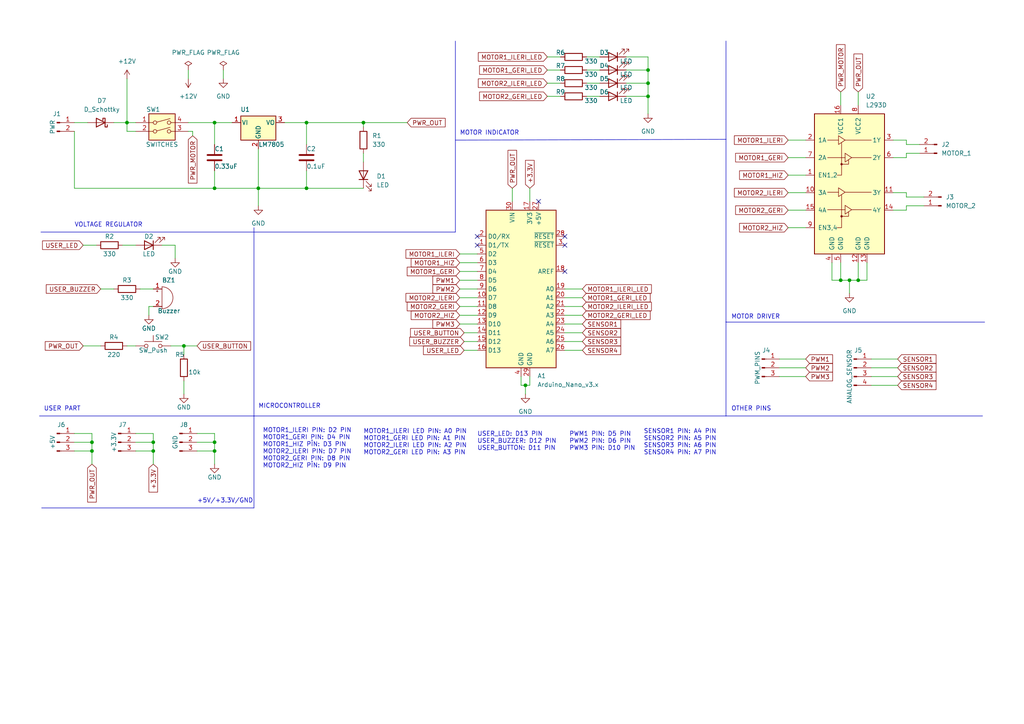
<source format=kicad_sch>
(kicad_sch (version 20230121) (generator eeschema)

  (uuid 4131d3b5-301d-4dc3-a943-0fc66bf88af1)

  (paper "A4")

  (title_block
    (title "ROBOT KARTI")
    (date "2024-01-10")
    (rev "v.1.0")
    (company "--")
    (comment 1 "Rumeysa Şahin")
    (comment 2 "Kicad Open Hardware Licence")
    (comment 3 "xbowtie")
  )

  (lib_symbols
    (symbol "Connector:Conn_01x02_Pin" (pin_names (offset 1.016) hide) (in_bom yes) (on_board yes)
      (property "Reference" "J" (at 0 2.54 0)
        (effects (font (size 1.27 1.27)))
      )
      (property "Value" "Conn_01x02_Pin" (at 0 -5.08 0)
        (effects (font (size 1.27 1.27)))
      )
      (property "Footprint" "" (at 0 0 0)
        (effects (font (size 1.27 1.27)) hide)
      )
      (property "Datasheet" "~" (at 0 0 0)
        (effects (font (size 1.27 1.27)) hide)
      )
      (property "ki_locked" "" (at 0 0 0)
        (effects (font (size 1.27 1.27)))
      )
      (property "ki_keywords" "connector" (at 0 0 0)
        (effects (font (size 1.27 1.27)) hide)
      )
      (property "ki_description" "Generic connector, single row, 01x02, script generated" (at 0 0 0)
        (effects (font (size 1.27 1.27)) hide)
      )
      (property "ki_fp_filters" "Connector*:*_1x??_*" (at 0 0 0)
        (effects (font (size 1.27 1.27)) hide)
      )
      (symbol "Conn_01x02_Pin_1_1"
        (polyline
          (pts
            (xy 1.27 -2.54)
            (xy 0.8636 -2.54)
          )
          (stroke (width 0.1524) (type default))
          (fill (type none))
        )
        (polyline
          (pts
            (xy 1.27 0)
            (xy 0.8636 0)
          )
          (stroke (width 0.1524) (type default))
          (fill (type none))
        )
        (rectangle (start 0.8636 -2.413) (end 0 -2.667)
          (stroke (width 0.1524) (type default))
          (fill (type outline))
        )
        (rectangle (start 0.8636 0.127) (end 0 -0.127)
          (stroke (width 0.1524) (type default))
          (fill (type outline))
        )
        (pin passive line (at 5.08 0 180) (length 3.81)
          (name "Pin_1" (effects (font (size 1.27 1.27))))
          (number "1" (effects (font (size 1.27 1.27))))
        )
        (pin passive line (at 5.08 -2.54 180) (length 3.81)
          (name "Pin_2" (effects (font (size 1.27 1.27))))
          (number "2" (effects (font (size 1.27 1.27))))
        )
      )
    )
    (symbol "Connector:Conn_01x03_Pin" (pin_names (offset 1.016) hide) (in_bom yes) (on_board yes)
      (property "Reference" "J" (at 0 5.08 0)
        (effects (font (size 1.27 1.27)))
      )
      (property "Value" "Conn_01x03_Pin" (at 0 -5.08 0)
        (effects (font (size 1.27 1.27)))
      )
      (property "Footprint" "" (at 0 0 0)
        (effects (font (size 1.27 1.27)) hide)
      )
      (property "Datasheet" "~" (at 0 0 0)
        (effects (font (size 1.27 1.27)) hide)
      )
      (property "ki_locked" "" (at 0 0 0)
        (effects (font (size 1.27 1.27)))
      )
      (property "ki_keywords" "connector" (at 0 0 0)
        (effects (font (size 1.27 1.27)) hide)
      )
      (property "ki_description" "Generic connector, single row, 01x03, script generated" (at 0 0 0)
        (effects (font (size 1.27 1.27)) hide)
      )
      (property "ki_fp_filters" "Connector*:*_1x??_*" (at 0 0 0)
        (effects (font (size 1.27 1.27)) hide)
      )
      (symbol "Conn_01x03_Pin_1_1"
        (polyline
          (pts
            (xy 1.27 -2.54)
            (xy 0.8636 -2.54)
          )
          (stroke (width 0.1524) (type default))
          (fill (type none))
        )
        (polyline
          (pts
            (xy 1.27 0)
            (xy 0.8636 0)
          )
          (stroke (width 0.1524) (type default))
          (fill (type none))
        )
        (polyline
          (pts
            (xy 1.27 2.54)
            (xy 0.8636 2.54)
          )
          (stroke (width 0.1524) (type default))
          (fill (type none))
        )
        (rectangle (start 0.8636 -2.413) (end 0 -2.667)
          (stroke (width 0.1524) (type default))
          (fill (type outline))
        )
        (rectangle (start 0.8636 0.127) (end 0 -0.127)
          (stroke (width 0.1524) (type default))
          (fill (type outline))
        )
        (rectangle (start 0.8636 2.667) (end 0 2.413)
          (stroke (width 0.1524) (type default))
          (fill (type outline))
        )
        (pin passive line (at 5.08 2.54 180) (length 3.81)
          (name "Pin_1" (effects (font (size 1.27 1.27))))
          (number "1" (effects (font (size 1.27 1.27))))
        )
        (pin passive line (at 5.08 0 180) (length 3.81)
          (name "Pin_2" (effects (font (size 1.27 1.27))))
          (number "2" (effects (font (size 1.27 1.27))))
        )
        (pin passive line (at 5.08 -2.54 180) (length 3.81)
          (name "Pin_3" (effects (font (size 1.27 1.27))))
          (number "3" (effects (font (size 1.27 1.27))))
        )
      )
    )
    (symbol "Connector:Conn_01x04_Pin" (pin_names (offset 1.016) hide) (in_bom yes) (on_board yes)
      (property "Reference" "J" (at 0 5.08 0)
        (effects (font (size 1.27 1.27)))
      )
      (property "Value" "Conn_01x04_Pin" (at 0 -7.62 0)
        (effects (font (size 1.27 1.27)))
      )
      (property "Footprint" "" (at 0 0 0)
        (effects (font (size 1.27 1.27)) hide)
      )
      (property "Datasheet" "~" (at 0 0 0)
        (effects (font (size 1.27 1.27)) hide)
      )
      (property "ki_locked" "" (at 0 0 0)
        (effects (font (size 1.27 1.27)))
      )
      (property "ki_keywords" "connector" (at 0 0 0)
        (effects (font (size 1.27 1.27)) hide)
      )
      (property "ki_description" "Generic connector, single row, 01x04, script generated" (at 0 0 0)
        (effects (font (size 1.27 1.27)) hide)
      )
      (property "ki_fp_filters" "Connector*:*_1x??_*" (at 0 0 0)
        (effects (font (size 1.27 1.27)) hide)
      )
      (symbol "Conn_01x04_Pin_1_1"
        (polyline
          (pts
            (xy 1.27 -5.08)
            (xy 0.8636 -5.08)
          )
          (stroke (width 0.1524) (type default))
          (fill (type none))
        )
        (polyline
          (pts
            (xy 1.27 -2.54)
            (xy 0.8636 -2.54)
          )
          (stroke (width 0.1524) (type default))
          (fill (type none))
        )
        (polyline
          (pts
            (xy 1.27 0)
            (xy 0.8636 0)
          )
          (stroke (width 0.1524) (type default))
          (fill (type none))
        )
        (polyline
          (pts
            (xy 1.27 2.54)
            (xy 0.8636 2.54)
          )
          (stroke (width 0.1524) (type default))
          (fill (type none))
        )
        (rectangle (start 0.8636 -4.953) (end 0 -5.207)
          (stroke (width 0.1524) (type default))
          (fill (type outline))
        )
        (rectangle (start 0.8636 -2.413) (end 0 -2.667)
          (stroke (width 0.1524) (type default))
          (fill (type outline))
        )
        (rectangle (start 0.8636 0.127) (end 0 -0.127)
          (stroke (width 0.1524) (type default))
          (fill (type outline))
        )
        (rectangle (start 0.8636 2.667) (end 0 2.413)
          (stroke (width 0.1524) (type default))
          (fill (type outline))
        )
        (pin passive line (at 5.08 2.54 180) (length 3.81)
          (name "Pin_1" (effects (font (size 1.27 1.27))))
          (number "1" (effects (font (size 1.27 1.27))))
        )
        (pin passive line (at 5.08 0 180) (length 3.81)
          (name "Pin_2" (effects (font (size 1.27 1.27))))
          (number "2" (effects (font (size 1.27 1.27))))
        )
        (pin passive line (at 5.08 -2.54 180) (length 3.81)
          (name "Pin_3" (effects (font (size 1.27 1.27))))
          (number "3" (effects (font (size 1.27 1.27))))
        )
        (pin passive line (at 5.08 -5.08 180) (length 3.81)
          (name "Pin_4" (effects (font (size 1.27 1.27))))
          (number "4" (effects (font (size 1.27 1.27))))
        )
      )
    )
    (symbol "Device:Buzzer" (pin_names (offset 0.0254) hide) (in_bom yes) (on_board yes)
      (property "Reference" "BZ" (at 3.81 1.27 0)
        (effects (font (size 1.27 1.27)) (justify left))
      )
      (property "Value" "Buzzer" (at 3.81 -1.27 0)
        (effects (font (size 1.27 1.27)) (justify left))
      )
      (property "Footprint" "" (at -0.635 2.54 90)
        (effects (font (size 1.27 1.27)) hide)
      )
      (property "Datasheet" "~" (at -0.635 2.54 90)
        (effects (font (size 1.27 1.27)) hide)
      )
      (property "ki_keywords" "quartz resonator ceramic" (at 0 0 0)
        (effects (font (size 1.27 1.27)) hide)
      )
      (property "ki_description" "Buzzer, polarized" (at 0 0 0)
        (effects (font (size 1.27 1.27)) hide)
      )
      (property "ki_fp_filters" "*Buzzer*" (at 0 0 0)
        (effects (font (size 1.27 1.27)) hide)
      )
      (symbol "Buzzer_0_1"
        (arc (start 0 -3.175) (mid 3.1612 0) (end 0 3.175)
          (stroke (width 0) (type default))
          (fill (type none))
        )
        (polyline
          (pts
            (xy -1.651 1.905)
            (xy -1.143 1.905)
          )
          (stroke (width 0) (type default))
          (fill (type none))
        )
        (polyline
          (pts
            (xy -1.397 2.159)
            (xy -1.397 1.651)
          )
          (stroke (width 0) (type default))
          (fill (type none))
        )
        (polyline
          (pts
            (xy 0 3.175)
            (xy 0 -3.175)
          )
          (stroke (width 0) (type default))
          (fill (type none))
        )
      )
      (symbol "Buzzer_1_1"
        (pin passive line (at -2.54 2.54 0) (length 2.54)
          (name "-" (effects (font (size 1.27 1.27))))
          (number "1" (effects (font (size 1.27 1.27))))
        )
        (pin passive line (at -2.54 -2.54 0) (length 2.54)
          (name "+" (effects (font (size 1.27 1.27))))
          (number "2" (effects (font (size 1.27 1.27))))
        )
      )
    )
    (symbol "Device:C" (pin_numbers hide) (pin_names (offset 0.254)) (in_bom yes) (on_board yes)
      (property "Reference" "C" (at 0.635 2.54 0)
        (effects (font (size 1.27 1.27)) (justify left))
      )
      (property "Value" "C" (at 0.635 -2.54 0)
        (effects (font (size 1.27 1.27)) (justify left))
      )
      (property "Footprint" "" (at 0.9652 -3.81 0)
        (effects (font (size 1.27 1.27)) hide)
      )
      (property "Datasheet" "~" (at 0 0 0)
        (effects (font (size 1.27 1.27)) hide)
      )
      (property "ki_keywords" "cap capacitor" (at 0 0 0)
        (effects (font (size 1.27 1.27)) hide)
      )
      (property "ki_description" "Unpolarized capacitor" (at 0 0 0)
        (effects (font (size 1.27 1.27)) hide)
      )
      (property "ki_fp_filters" "C_*" (at 0 0 0)
        (effects (font (size 1.27 1.27)) hide)
      )
      (symbol "C_0_1"
        (polyline
          (pts
            (xy -2.032 -0.762)
            (xy 2.032 -0.762)
          )
          (stroke (width 0.508) (type default))
          (fill (type none))
        )
        (polyline
          (pts
            (xy -2.032 0.762)
            (xy 2.032 0.762)
          )
          (stroke (width 0.508) (type default))
          (fill (type none))
        )
      )
      (symbol "C_1_1"
        (pin passive line (at 0 3.81 270) (length 2.794)
          (name "~" (effects (font (size 1.27 1.27))))
          (number "1" (effects (font (size 1.27 1.27))))
        )
        (pin passive line (at 0 -3.81 90) (length 2.794)
          (name "~" (effects (font (size 1.27 1.27))))
          (number "2" (effects (font (size 1.27 1.27))))
        )
      )
    )
    (symbol "Device:D_Schottky" (pin_numbers hide) (pin_names (offset 1.016) hide) (in_bom yes) (on_board yes)
      (property "Reference" "D" (at 0 2.54 0)
        (effects (font (size 1.27 1.27)))
      )
      (property "Value" "D_Schottky" (at 0 -2.54 0)
        (effects (font (size 1.27 1.27)))
      )
      (property "Footprint" "" (at 0 0 0)
        (effects (font (size 1.27 1.27)) hide)
      )
      (property "Datasheet" "~" (at 0 0 0)
        (effects (font (size 1.27 1.27)) hide)
      )
      (property "ki_keywords" "diode Schottky" (at 0 0 0)
        (effects (font (size 1.27 1.27)) hide)
      )
      (property "ki_description" "Schottky diode" (at 0 0 0)
        (effects (font (size 1.27 1.27)) hide)
      )
      (property "ki_fp_filters" "TO-???* *_Diode_* *SingleDiode* D_*" (at 0 0 0)
        (effects (font (size 1.27 1.27)) hide)
      )
      (symbol "D_Schottky_0_1"
        (polyline
          (pts
            (xy 1.27 0)
            (xy -1.27 0)
          )
          (stroke (width 0) (type default))
          (fill (type none))
        )
        (polyline
          (pts
            (xy 1.27 1.27)
            (xy 1.27 -1.27)
            (xy -1.27 0)
            (xy 1.27 1.27)
          )
          (stroke (width 0.254) (type default))
          (fill (type none))
        )
        (polyline
          (pts
            (xy -1.905 0.635)
            (xy -1.905 1.27)
            (xy -1.27 1.27)
            (xy -1.27 -1.27)
            (xy -0.635 -1.27)
            (xy -0.635 -0.635)
          )
          (stroke (width 0.254) (type default))
          (fill (type none))
        )
      )
      (symbol "D_Schottky_1_1"
        (pin passive line (at -3.81 0 0) (length 2.54)
          (name "K" (effects (font (size 1.27 1.27))))
          (number "1" (effects (font (size 1.27 1.27))))
        )
        (pin passive line (at 3.81 0 180) (length 2.54)
          (name "A" (effects (font (size 1.27 1.27))))
          (number "2" (effects (font (size 1.27 1.27))))
        )
      )
    )
    (symbol "Device:LED" (pin_numbers hide) (pin_names (offset 1.016) hide) (in_bom yes) (on_board yes)
      (property "Reference" "D" (at 0 2.54 0)
        (effects (font (size 1.27 1.27)))
      )
      (property "Value" "LED" (at 0 -2.54 0)
        (effects (font (size 1.27 1.27)))
      )
      (property "Footprint" "" (at 0 0 0)
        (effects (font (size 1.27 1.27)) hide)
      )
      (property "Datasheet" "~" (at 0 0 0)
        (effects (font (size 1.27 1.27)) hide)
      )
      (property "ki_keywords" "LED diode" (at 0 0 0)
        (effects (font (size 1.27 1.27)) hide)
      )
      (property "ki_description" "Light emitting diode" (at 0 0 0)
        (effects (font (size 1.27 1.27)) hide)
      )
      (property "ki_fp_filters" "LED* LED_SMD:* LED_THT:*" (at 0 0 0)
        (effects (font (size 1.27 1.27)) hide)
      )
      (symbol "LED_0_1"
        (polyline
          (pts
            (xy -1.27 -1.27)
            (xy -1.27 1.27)
          )
          (stroke (width 0.254) (type default))
          (fill (type none))
        )
        (polyline
          (pts
            (xy -1.27 0)
            (xy 1.27 0)
          )
          (stroke (width 0) (type default))
          (fill (type none))
        )
        (polyline
          (pts
            (xy 1.27 -1.27)
            (xy 1.27 1.27)
            (xy -1.27 0)
            (xy 1.27 -1.27)
          )
          (stroke (width 0.254) (type default))
          (fill (type none))
        )
        (polyline
          (pts
            (xy -3.048 -0.762)
            (xy -4.572 -2.286)
            (xy -3.81 -2.286)
            (xy -4.572 -2.286)
            (xy -4.572 -1.524)
          )
          (stroke (width 0) (type default))
          (fill (type none))
        )
        (polyline
          (pts
            (xy -1.778 -0.762)
            (xy -3.302 -2.286)
            (xy -2.54 -2.286)
            (xy -3.302 -2.286)
            (xy -3.302 -1.524)
          )
          (stroke (width 0) (type default))
          (fill (type none))
        )
      )
      (symbol "LED_1_1"
        (pin passive line (at -3.81 0 0) (length 2.54)
          (name "K" (effects (font (size 1.27 1.27))))
          (number "1" (effects (font (size 1.27 1.27))))
        )
        (pin passive line (at 3.81 0 180) (length 2.54)
          (name "A" (effects (font (size 1.27 1.27))))
          (number "2" (effects (font (size 1.27 1.27))))
        )
      )
    )
    (symbol "Device:R" (pin_numbers hide) (pin_names (offset 0)) (in_bom yes) (on_board yes)
      (property "Reference" "R" (at 2.032 0 90)
        (effects (font (size 1.27 1.27)))
      )
      (property "Value" "R" (at 0 0 90)
        (effects (font (size 1.27 1.27)))
      )
      (property "Footprint" "" (at -1.778 0 90)
        (effects (font (size 1.27 1.27)) hide)
      )
      (property "Datasheet" "~" (at 0 0 0)
        (effects (font (size 1.27 1.27)) hide)
      )
      (property "ki_keywords" "R res resistor" (at 0 0 0)
        (effects (font (size 1.27 1.27)) hide)
      )
      (property "ki_description" "Resistor" (at 0 0 0)
        (effects (font (size 1.27 1.27)) hide)
      )
      (property "ki_fp_filters" "R_*" (at 0 0 0)
        (effects (font (size 1.27 1.27)) hide)
      )
      (symbol "R_0_1"
        (rectangle (start -1.016 -2.54) (end 1.016 2.54)
          (stroke (width 0.254) (type default))
          (fill (type none))
        )
      )
      (symbol "R_1_1"
        (pin passive line (at 0 3.81 270) (length 1.27)
          (name "~" (effects (font (size 1.27 1.27))))
          (number "1" (effects (font (size 1.27 1.27))))
        )
        (pin passive line (at 0 -3.81 90) (length 1.27)
          (name "~" (effects (font (size 1.27 1.27))))
          (number "2" (effects (font (size 1.27 1.27))))
        )
      )
    )
    (symbol "Driver_Motor:L293D" (pin_names (offset 1.016)) (in_bom yes) (on_board yes)
      (property "Reference" "U" (at -5.08 26.035 0)
        (effects (font (size 1.27 1.27)) (justify right))
      )
      (property "Value" "L293D" (at -5.08 24.13 0)
        (effects (font (size 1.27 1.27)) (justify right))
      )
      (property "Footprint" "Package_DIP:DIP-16_W7.62mm" (at 6.35 -19.05 0)
        (effects (font (size 1.27 1.27)) (justify left) hide)
      )
      (property "Datasheet" "http://www.ti.com/lit/ds/symlink/l293.pdf" (at -7.62 17.78 0)
        (effects (font (size 1.27 1.27)) hide)
      )
      (property "ki_keywords" "Half-H Driver Motor" (at 0 0 0)
        (effects (font (size 1.27 1.27)) hide)
      )
      (property "ki_description" "Quadruple Half-H Drivers" (at 0 0 0)
        (effects (font (size 1.27 1.27)) hide)
      )
      (property "ki_fp_filters" "DIP*W7.62mm*" (at 0 0 0)
        (effects (font (size 1.27 1.27)) hide)
      )
      (symbol "L293D_0_1"
        (rectangle (start -10.16 22.86) (end 10.16 -17.78)
          (stroke (width 0.254) (type default))
          (fill (type background))
        )
        (circle (center -2.286 -6.858) (radius 0.254)
          (stroke (width 0) (type default))
          (fill (type outline))
        )
        (circle (center -2.286 8.255) (radius 0.254)
          (stroke (width 0) (type default))
          (fill (type outline))
        )
        (polyline
          (pts
            (xy -6.35 -4.953)
            (xy -1.27 -4.953)
          )
          (stroke (width 0) (type default))
          (fill (type none))
        )
        (polyline
          (pts
            (xy -6.35 0.127)
            (xy -3.175 0.127)
          )
          (stroke (width 0) (type default))
          (fill (type none))
        )
        (polyline
          (pts
            (xy -6.35 10.16)
            (xy -1.27 10.16)
          )
          (stroke (width 0) (type default))
          (fill (type none))
        )
        (polyline
          (pts
            (xy -6.35 15.24)
            (xy -3.175 15.24)
          )
          (stroke (width 0) (type default))
          (fill (type none))
        )
        (polyline
          (pts
            (xy -1.27 0.127)
            (xy 6.35 0.127)
          )
          (stroke (width 0) (type default))
          (fill (type none))
        )
        (polyline
          (pts
            (xy -1.27 15.24)
            (xy 6.35 15.24)
          )
          (stroke (width 0) (type default))
          (fill (type none))
        )
        (polyline
          (pts
            (xy 0.635 -4.953)
            (xy 6.35 -4.953)
          )
          (stroke (width 0) (type default))
          (fill (type none))
        )
        (polyline
          (pts
            (xy 0.635 10.16)
            (xy 6.35 10.16)
          )
          (stroke (width 0) (type default))
          (fill (type none))
        )
        (polyline
          (pts
            (xy -2.286 -6.858)
            (xy -0.254 -6.858)
            (xy -0.254 -5.588)
          )
          (stroke (width 0) (type default))
          (fill (type none))
        )
        (polyline
          (pts
            (xy -2.286 -0.635)
            (xy -2.286 -10.16)
            (xy -3.556 -10.16)
          )
          (stroke (width 0) (type default))
          (fill (type none))
        )
        (polyline
          (pts
            (xy -2.286 8.255)
            (xy -0.254 8.255)
            (xy -0.254 9.525)
          )
          (stroke (width 0) (type default))
          (fill (type none))
        )
        (polyline
          (pts
            (xy -2.286 14.478)
            (xy -2.286 5.08)
            (xy -3.556 5.08)
          )
          (stroke (width 0) (type default))
          (fill (type none))
        )
        (polyline
          (pts
            (xy -3.175 1.397)
            (xy -3.175 -1.143)
            (xy -1.27 0.127)
            (xy -3.175 1.397)
          )
          (stroke (width 0) (type default))
          (fill (type none))
        )
        (polyline
          (pts
            (xy -3.175 16.51)
            (xy -3.175 13.97)
            (xy -1.27 15.24)
            (xy -3.175 16.51)
          )
          (stroke (width 0) (type default))
          (fill (type none))
        )
        (polyline
          (pts
            (xy -1.27 -3.683)
            (xy -1.27 -6.223)
            (xy 0.635 -4.953)
            (xy -1.27 -3.683)
          )
          (stroke (width 0) (type default))
          (fill (type none))
        )
        (polyline
          (pts
            (xy -1.27 11.43)
            (xy -1.27 8.89)
            (xy 0.635 10.16)
            (xy -1.27 11.43)
          )
          (stroke (width 0) (type default))
          (fill (type none))
        )
      )
      (symbol "L293D_1_1"
        (pin input line (at -12.7 5.08 0) (length 2.54)
          (name "EN1,2" (effects (font (size 1.27 1.27))))
          (number "1" (effects (font (size 1.27 1.27))))
        )
        (pin input line (at -12.7 0 0) (length 2.54)
          (name "3A" (effects (font (size 1.27 1.27))))
          (number "10" (effects (font (size 1.27 1.27))))
        )
        (pin output line (at 12.7 0 180) (length 2.54)
          (name "3Y" (effects (font (size 1.27 1.27))))
          (number "11" (effects (font (size 1.27 1.27))))
        )
        (pin power_in line (at 2.54 -20.32 90) (length 2.54)
          (name "GND" (effects (font (size 1.27 1.27))))
          (number "12" (effects (font (size 1.27 1.27))))
        )
        (pin power_in line (at 5.08 -20.32 90) (length 2.54)
          (name "GND" (effects (font (size 1.27 1.27))))
          (number "13" (effects (font (size 1.27 1.27))))
        )
        (pin output line (at 12.7 -5.08 180) (length 2.54)
          (name "4Y" (effects (font (size 1.27 1.27))))
          (number "14" (effects (font (size 1.27 1.27))))
        )
        (pin input line (at -12.7 -5.08 0) (length 2.54)
          (name "4A" (effects (font (size 1.27 1.27))))
          (number "15" (effects (font (size 1.27 1.27))))
        )
        (pin power_in line (at -2.54 25.4 270) (length 2.54)
          (name "VCC1" (effects (font (size 1.27 1.27))))
          (number "16" (effects (font (size 1.27 1.27))))
        )
        (pin input line (at -12.7 15.24 0) (length 2.54)
          (name "1A" (effects (font (size 1.27 1.27))))
          (number "2" (effects (font (size 1.27 1.27))))
        )
        (pin output line (at 12.7 15.24 180) (length 2.54)
          (name "1Y" (effects (font (size 1.27 1.27))))
          (number "3" (effects (font (size 1.27 1.27))))
        )
        (pin power_in line (at -5.08 -20.32 90) (length 2.54)
          (name "GND" (effects (font (size 1.27 1.27))))
          (number "4" (effects (font (size 1.27 1.27))))
        )
        (pin power_in line (at -2.54 -20.32 90) (length 2.54)
          (name "GND" (effects (font (size 1.27 1.27))))
          (number "5" (effects (font (size 1.27 1.27))))
        )
        (pin output line (at 12.7 10.16 180) (length 2.54)
          (name "2Y" (effects (font (size 1.27 1.27))))
          (number "6" (effects (font (size 1.27 1.27))))
        )
        (pin input line (at -12.7 10.16 0) (length 2.54)
          (name "2A" (effects (font (size 1.27 1.27))))
          (number "7" (effects (font (size 1.27 1.27))))
        )
        (pin power_in line (at 2.54 25.4 270) (length 2.54)
          (name "VCC2" (effects (font (size 1.27 1.27))))
          (number "8" (effects (font (size 1.27 1.27))))
        )
        (pin input line (at -12.7 -10.16 0) (length 2.54)
          (name "EN3,4" (effects (font (size 1.27 1.27))))
          (number "9" (effects (font (size 1.27 1.27))))
        )
      )
    )
    (symbol "MCU_Module:Arduino_Nano_v3.x" (in_bom yes) (on_board yes)
      (property "Reference" "A" (at -10.16 23.495 0)
        (effects (font (size 1.27 1.27)) (justify left bottom))
      )
      (property "Value" "Arduino_Nano_v3.x" (at 5.08 -24.13 0)
        (effects (font (size 1.27 1.27)) (justify left top))
      )
      (property "Footprint" "Module:Arduino_Nano" (at 0 0 0)
        (effects (font (size 1.27 1.27) italic) hide)
      )
      (property "Datasheet" "http://www.mouser.com/pdfdocs/Gravitech_Arduino_Nano3_0.pdf" (at 0 0 0)
        (effects (font (size 1.27 1.27)) hide)
      )
      (property "ki_keywords" "Arduino nano microcontroller module USB" (at 0 0 0)
        (effects (font (size 1.27 1.27)) hide)
      )
      (property "ki_description" "Arduino Nano v3.x" (at 0 0 0)
        (effects (font (size 1.27 1.27)) hide)
      )
      (property "ki_fp_filters" "Arduino*Nano*" (at 0 0 0)
        (effects (font (size 1.27 1.27)) hide)
      )
      (symbol "Arduino_Nano_v3.x_0_1"
        (rectangle (start -10.16 22.86) (end 10.16 -22.86)
          (stroke (width 0.254) (type default))
          (fill (type background))
        )
      )
      (symbol "Arduino_Nano_v3.x_1_1"
        (pin bidirectional line (at -12.7 12.7 0) (length 2.54)
          (name "D1/TX" (effects (font (size 1.27 1.27))))
          (number "1" (effects (font (size 1.27 1.27))))
        )
        (pin bidirectional line (at -12.7 -2.54 0) (length 2.54)
          (name "D7" (effects (font (size 1.27 1.27))))
          (number "10" (effects (font (size 1.27 1.27))))
        )
        (pin bidirectional line (at -12.7 -5.08 0) (length 2.54)
          (name "D8" (effects (font (size 1.27 1.27))))
          (number "11" (effects (font (size 1.27 1.27))))
        )
        (pin bidirectional line (at -12.7 -7.62 0) (length 2.54)
          (name "D9" (effects (font (size 1.27 1.27))))
          (number "12" (effects (font (size 1.27 1.27))))
        )
        (pin bidirectional line (at -12.7 -10.16 0) (length 2.54)
          (name "D10" (effects (font (size 1.27 1.27))))
          (number "13" (effects (font (size 1.27 1.27))))
        )
        (pin bidirectional line (at -12.7 -12.7 0) (length 2.54)
          (name "D11" (effects (font (size 1.27 1.27))))
          (number "14" (effects (font (size 1.27 1.27))))
        )
        (pin bidirectional line (at -12.7 -15.24 0) (length 2.54)
          (name "D12" (effects (font (size 1.27 1.27))))
          (number "15" (effects (font (size 1.27 1.27))))
        )
        (pin bidirectional line (at -12.7 -17.78 0) (length 2.54)
          (name "D13" (effects (font (size 1.27 1.27))))
          (number "16" (effects (font (size 1.27 1.27))))
        )
        (pin power_out line (at 2.54 25.4 270) (length 2.54)
          (name "3V3" (effects (font (size 1.27 1.27))))
          (number "17" (effects (font (size 1.27 1.27))))
        )
        (pin input line (at 12.7 5.08 180) (length 2.54)
          (name "AREF" (effects (font (size 1.27 1.27))))
          (number "18" (effects (font (size 1.27 1.27))))
        )
        (pin bidirectional line (at 12.7 0 180) (length 2.54)
          (name "A0" (effects (font (size 1.27 1.27))))
          (number "19" (effects (font (size 1.27 1.27))))
        )
        (pin bidirectional line (at -12.7 15.24 0) (length 2.54)
          (name "D0/RX" (effects (font (size 1.27 1.27))))
          (number "2" (effects (font (size 1.27 1.27))))
        )
        (pin bidirectional line (at 12.7 -2.54 180) (length 2.54)
          (name "A1" (effects (font (size 1.27 1.27))))
          (number "20" (effects (font (size 1.27 1.27))))
        )
        (pin bidirectional line (at 12.7 -5.08 180) (length 2.54)
          (name "A2" (effects (font (size 1.27 1.27))))
          (number "21" (effects (font (size 1.27 1.27))))
        )
        (pin bidirectional line (at 12.7 -7.62 180) (length 2.54)
          (name "A3" (effects (font (size 1.27 1.27))))
          (number "22" (effects (font (size 1.27 1.27))))
        )
        (pin bidirectional line (at 12.7 -10.16 180) (length 2.54)
          (name "A4" (effects (font (size 1.27 1.27))))
          (number "23" (effects (font (size 1.27 1.27))))
        )
        (pin bidirectional line (at 12.7 -12.7 180) (length 2.54)
          (name "A5" (effects (font (size 1.27 1.27))))
          (number "24" (effects (font (size 1.27 1.27))))
        )
        (pin bidirectional line (at 12.7 -15.24 180) (length 2.54)
          (name "A6" (effects (font (size 1.27 1.27))))
          (number "25" (effects (font (size 1.27 1.27))))
        )
        (pin bidirectional line (at 12.7 -17.78 180) (length 2.54)
          (name "A7" (effects (font (size 1.27 1.27))))
          (number "26" (effects (font (size 1.27 1.27))))
        )
        (pin power_out line (at 5.08 25.4 270) (length 2.54)
          (name "+5V" (effects (font (size 1.27 1.27))))
          (number "27" (effects (font (size 1.27 1.27))))
        )
        (pin input line (at 12.7 15.24 180) (length 2.54)
          (name "~{RESET}" (effects (font (size 1.27 1.27))))
          (number "28" (effects (font (size 1.27 1.27))))
        )
        (pin power_in line (at 2.54 -25.4 90) (length 2.54)
          (name "GND" (effects (font (size 1.27 1.27))))
          (number "29" (effects (font (size 1.27 1.27))))
        )
        (pin input line (at 12.7 12.7 180) (length 2.54)
          (name "~{RESET}" (effects (font (size 1.27 1.27))))
          (number "3" (effects (font (size 1.27 1.27))))
        )
        (pin power_in line (at -2.54 25.4 270) (length 2.54)
          (name "VIN" (effects (font (size 1.27 1.27))))
          (number "30" (effects (font (size 1.27 1.27))))
        )
        (pin power_in line (at 0 -25.4 90) (length 2.54)
          (name "GND" (effects (font (size 1.27 1.27))))
          (number "4" (effects (font (size 1.27 1.27))))
        )
        (pin bidirectional line (at -12.7 10.16 0) (length 2.54)
          (name "D2" (effects (font (size 1.27 1.27))))
          (number "5" (effects (font (size 1.27 1.27))))
        )
        (pin bidirectional line (at -12.7 7.62 0) (length 2.54)
          (name "D3" (effects (font (size 1.27 1.27))))
          (number "6" (effects (font (size 1.27 1.27))))
        )
        (pin bidirectional line (at -12.7 5.08 0) (length 2.54)
          (name "D4" (effects (font (size 1.27 1.27))))
          (number "7" (effects (font (size 1.27 1.27))))
        )
        (pin bidirectional line (at -12.7 2.54 0) (length 2.54)
          (name "D5" (effects (font (size 1.27 1.27))))
          (number "8" (effects (font (size 1.27 1.27))))
        )
        (pin bidirectional line (at -12.7 0 0) (length 2.54)
          (name "D6" (effects (font (size 1.27 1.27))))
          (number "9" (effects (font (size 1.27 1.27))))
        )
      )
    )
    (symbol "Regulator_Linear:LM7805_TO220" (pin_names (offset 0.254)) (in_bom yes) (on_board yes)
      (property "Reference" "U" (at -3.81 3.175 0)
        (effects (font (size 1.27 1.27)))
      )
      (property "Value" "LM7805_TO220" (at 0 3.175 0)
        (effects (font (size 1.27 1.27)) (justify left))
      )
      (property "Footprint" "Package_TO_SOT_THT:TO-220-3_Vertical" (at 0 5.715 0)
        (effects (font (size 1.27 1.27) italic) hide)
      )
      (property "Datasheet" "https://www.onsemi.cn/PowerSolutions/document/MC7800-D.PDF" (at 0 -1.27 0)
        (effects (font (size 1.27 1.27)) hide)
      )
      (property "ki_keywords" "Voltage Regulator 1A Positive" (at 0 0 0)
        (effects (font (size 1.27 1.27)) hide)
      )
      (property "ki_description" "Positive 1A 35V Linear Regulator, Fixed Output 5V, TO-220" (at 0 0 0)
        (effects (font (size 1.27 1.27)) hide)
      )
      (property "ki_fp_filters" "TO?220*" (at 0 0 0)
        (effects (font (size 1.27 1.27)) hide)
      )
      (symbol "LM7805_TO220_0_1"
        (rectangle (start -5.08 1.905) (end 5.08 -5.08)
          (stroke (width 0.254) (type default))
          (fill (type background))
        )
      )
      (symbol "LM7805_TO220_1_1"
        (pin power_in line (at -7.62 0 0) (length 2.54)
          (name "VI" (effects (font (size 1.27 1.27))))
          (number "1" (effects (font (size 1.27 1.27))))
        )
        (pin power_in line (at 0 -7.62 90) (length 2.54)
          (name "GND" (effects (font (size 1.27 1.27))))
          (number "2" (effects (font (size 1.27 1.27))))
        )
        (pin power_out line (at 7.62 0 180) (length 2.54)
          (name "VO" (effects (font (size 1.27 1.27))))
          (number "3" (effects (font (size 1.27 1.27))))
        )
      )
    )
    (symbol "Switch:SW_DIP_x02" (pin_names (offset 0) hide) (in_bom yes) (on_board yes)
      (property "Reference" "SW" (at 0 6.35 0)
        (effects (font (size 1.27 1.27)))
      )
      (property "Value" "SW_DIP_x02" (at 0 -3.81 0)
        (effects (font (size 1.27 1.27)))
      )
      (property "Footprint" "" (at 0 0 0)
        (effects (font (size 1.27 1.27)) hide)
      )
      (property "Datasheet" "~" (at 0 0 0)
        (effects (font (size 1.27 1.27)) hide)
      )
      (property "ki_keywords" "dip switch" (at 0 0 0)
        (effects (font (size 1.27 1.27)) hide)
      )
      (property "ki_description" "2x DIP Switch, Single Pole Single Throw (SPST) switch, small symbol" (at 0 0 0)
        (effects (font (size 1.27 1.27)) hide)
      )
      (property "ki_fp_filters" "SW?DIP?x2*" (at 0 0 0)
        (effects (font (size 1.27 1.27)) hide)
      )
      (symbol "SW_DIP_x02_0_0"
        (circle (center -2.032 0) (radius 0.508)
          (stroke (width 0) (type default))
          (fill (type none))
        )
        (circle (center -2.032 2.54) (radius 0.508)
          (stroke (width 0) (type default))
          (fill (type none))
        )
        (polyline
          (pts
            (xy -1.524 0.127)
            (xy 2.3622 1.1684)
          )
          (stroke (width 0) (type default))
          (fill (type none))
        )
        (polyline
          (pts
            (xy -1.524 2.667)
            (xy 2.3622 3.7084)
          )
          (stroke (width 0) (type default))
          (fill (type none))
        )
        (circle (center 2.032 0) (radius 0.508)
          (stroke (width 0) (type default))
          (fill (type none))
        )
        (circle (center 2.032 2.54) (radius 0.508)
          (stroke (width 0) (type default))
          (fill (type none))
        )
      )
      (symbol "SW_DIP_x02_0_1"
        (rectangle (start -3.81 5.08) (end 3.81 -2.54)
          (stroke (width 0.254) (type default))
          (fill (type background))
        )
      )
      (symbol "SW_DIP_x02_1_1"
        (pin passive line (at -7.62 2.54 0) (length 5.08)
          (name "~" (effects (font (size 1.27 1.27))))
          (number "1" (effects (font (size 1.27 1.27))))
        )
        (pin passive line (at -7.62 0 0) (length 5.08)
          (name "~" (effects (font (size 1.27 1.27))))
          (number "2" (effects (font (size 1.27 1.27))))
        )
        (pin passive line (at 7.62 0 180) (length 5.08)
          (name "~" (effects (font (size 1.27 1.27))))
          (number "3" (effects (font (size 1.27 1.27))))
        )
        (pin passive line (at 7.62 2.54 180) (length 5.08)
          (name "~" (effects (font (size 1.27 1.27))))
          (number "4" (effects (font (size 1.27 1.27))))
        )
      )
    )
    (symbol "Switch:SW_Push" (pin_numbers hide) (pin_names (offset 1.016) hide) (in_bom yes) (on_board yes)
      (property "Reference" "SW" (at 1.27 2.54 0)
        (effects (font (size 1.27 1.27)) (justify left))
      )
      (property "Value" "SW_Push" (at 0 -1.524 0)
        (effects (font (size 1.27 1.27)))
      )
      (property "Footprint" "" (at 0 5.08 0)
        (effects (font (size 1.27 1.27)) hide)
      )
      (property "Datasheet" "~" (at 0 5.08 0)
        (effects (font (size 1.27 1.27)) hide)
      )
      (property "ki_keywords" "switch normally-open pushbutton push-button" (at 0 0 0)
        (effects (font (size 1.27 1.27)) hide)
      )
      (property "ki_description" "Push button switch, generic, two pins" (at 0 0 0)
        (effects (font (size 1.27 1.27)) hide)
      )
      (symbol "SW_Push_0_1"
        (circle (center -2.032 0) (radius 0.508)
          (stroke (width 0) (type default))
          (fill (type none))
        )
        (polyline
          (pts
            (xy 0 1.27)
            (xy 0 3.048)
          )
          (stroke (width 0) (type default))
          (fill (type none))
        )
        (polyline
          (pts
            (xy 2.54 1.27)
            (xy -2.54 1.27)
          )
          (stroke (width 0) (type default))
          (fill (type none))
        )
        (circle (center 2.032 0) (radius 0.508)
          (stroke (width 0) (type default))
          (fill (type none))
        )
        (pin passive line (at -5.08 0 0) (length 2.54)
          (name "1" (effects (font (size 1.27 1.27))))
          (number "1" (effects (font (size 1.27 1.27))))
        )
        (pin passive line (at 5.08 0 180) (length 2.54)
          (name "2" (effects (font (size 1.27 1.27))))
          (number "2" (effects (font (size 1.27 1.27))))
        )
      )
    )
    (symbol "power:+12V" (power) (pin_names (offset 0)) (in_bom yes) (on_board yes)
      (property "Reference" "#PWR" (at 0 -3.81 0)
        (effects (font (size 1.27 1.27)) hide)
      )
      (property "Value" "+12V" (at 0 3.556 0)
        (effects (font (size 1.27 1.27)))
      )
      (property "Footprint" "" (at 0 0 0)
        (effects (font (size 1.27 1.27)) hide)
      )
      (property "Datasheet" "" (at 0 0 0)
        (effects (font (size 1.27 1.27)) hide)
      )
      (property "ki_keywords" "global power" (at 0 0 0)
        (effects (font (size 1.27 1.27)) hide)
      )
      (property "ki_description" "Power symbol creates a global label with name \"+12V\"" (at 0 0 0)
        (effects (font (size 1.27 1.27)) hide)
      )
      (symbol "+12V_0_1"
        (polyline
          (pts
            (xy -0.762 1.27)
            (xy 0 2.54)
          )
          (stroke (width 0) (type default))
          (fill (type none))
        )
        (polyline
          (pts
            (xy 0 0)
            (xy 0 2.54)
          )
          (stroke (width 0) (type default))
          (fill (type none))
        )
        (polyline
          (pts
            (xy 0 2.54)
            (xy 0.762 1.27)
          )
          (stroke (width 0) (type default))
          (fill (type none))
        )
      )
      (symbol "+12V_1_1"
        (pin power_in line (at 0 0 90) (length 0) hide
          (name "+12V" (effects (font (size 1.27 1.27))))
          (number "1" (effects (font (size 1.27 1.27))))
        )
      )
    )
    (symbol "power:GND" (power) (pin_names (offset 0)) (in_bom yes) (on_board yes)
      (property "Reference" "#PWR" (at 0 -6.35 0)
        (effects (font (size 1.27 1.27)) hide)
      )
      (property "Value" "GND" (at 0 -3.81 0)
        (effects (font (size 1.27 1.27)))
      )
      (property "Footprint" "" (at 0 0 0)
        (effects (font (size 1.27 1.27)) hide)
      )
      (property "Datasheet" "" (at 0 0 0)
        (effects (font (size 1.27 1.27)) hide)
      )
      (property "ki_keywords" "global power" (at 0 0 0)
        (effects (font (size 1.27 1.27)) hide)
      )
      (property "ki_description" "Power symbol creates a global label with name \"GND\" , ground" (at 0 0 0)
        (effects (font (size 1.27 1.27)) hide)
      )
      (symbol "GND_0_1"
        (polyline
          (pts
            (xy 0 0)
            (xy 0 -1.27)
            (xy 1.27 -1.27)
            (xy 0 -2.54)
            (xy -1.27 -1.27)
            (xy 0 -1.27)
          )
          (stroke (width 0) (type default))
          (fill (type none))
        )
      )
      (symbol "GND_1_1"
        (pin power_in line (at 0 0 270) (length 0) hide
          (name "GND" (effects (font (size 1.27 1.27))))
          (number "1" (effects (font (size 1.27 1.27))))
        )
      )
    )
    (symbol "power:PWR_FLAG" (power) (pin_numbers hide) (pin_names (offset 0) hide) (in_bom yes) (on_board yes)
      (property "Reference" "#FLG" (at 0 1.905 0)
        (effects (font (size 1.27 1.27)) hide)
      )
      (property "Value" "PWR_FLAG" (at 0 3.81 0)
        (effects (font (size 1.27 1.27)))
      )
      (property "Footprint" "" (at 0 0 0)
        (effects (font (size 1.27 1.27)) hide)
      )
      (property "Datasheet" "~" (at 0 0 0)
        (effects (font (size 1.27 1.27)) hide)
      )
      (property "ki_keywords" "flag power" (at 0 0 0)
        (effects (font (size 1.27 1.27)) hide)
      )
      (property "ki_description" "Special symbol for telling ERC where power comes from" (at 0 0 0)
        (effects (font (size 1.27 1.27)) hide)
      )
      (symbol "PWR_FLAG_0_0"
        (pin power_out line (at 0 0 90) (length 0)
          (name "pwr" (effects (font (size 1.27 1.27))))
          (number "1" (effects (font (size 1.27 1.27))))
        )
      )
      (symbol "PWR_FLAG_0_1"
        (polyline
          (pts
            (xy 0 0)
            (xy 0 1.27)
            (xy -1.016 1.905)
            (xy 0 2.54)
            (xy 1.016 1.905)
            (xy 0 1.27)
          )
          (stroke (width 0) (type default))
          (fill (type none))
        )
      )
    )
  )

  (junction (at 246.38 81.28) (diameter 0) (color 0 0 0 0)
    (uuid 101808f1-ebb6-4bdb-9f7d-1042a9ff7844)
  )
  (junction (at 187.96 24.13) (diameter 0) (color 0 0 0 0)
    (uuid 14193390-95da-4b38-8f73-f592c848ef99)
  )
  (junction (at 62.23 35.56) (diameter 0) (color 0 0 0 0)
    (uuid 18f2acdf-8f55-4700-b11d-0f70cf5c179c)
  )
  (junction (at 88.9 35.56) (diameter 0) (color 0 0 0 0)
    (uuid 2650fd82-9d72-49f5-a03b-4abb2a949610)
  )
  (junction (at 62.23 130.81) (diameter 0) (color 0 0 0 0)
    (uuid 33d0a316-bc77-41da-bdbb-91a0a44855f4)
  )
  (junction (at 74.93 54.61) (diameter 0) (color 0 0 0 0)
    (uuid 343d3ec4-1d6a-4c2b-99b9-44bfe5406b5a)
  )
  (junction (at 53.34 100.33) (diameter 0) (color 0 0 0 0)
    (uuid 3ef7af08-dbc6-4c41-a58a-daa92a23f67e)
  )
  (junction (at 152.4 111.76) (diameter 0) (color 0 0 0 0)
    (uuid 4e0e1499-e366-4ef6-94d7-476ba4500e4c)
  )
  (junction (at 62.23 54.61) (diameter 0) (color 0 0 0 0)
    (uuid 623aa09b-66f4-4ff7-ae21-0a51f13bb08e)
  )
  (junction (at 44.45 130.81) (diameter 0) (color 0 0 0 0)
    (uuid 948a39b8-7e2a-4bb2-be46-72e8cd5536e9)
  )
  (junction (at 243.84 81.28) (diameter 0) (color 0 0 0 0)
    (uuid a105a9a6-5c44-47db-8b03-094b1c212879)
  )
  (junction (at 26.67 130.81) (diameter 0) (color 0 0 0 0)
    (uuid a4e48cb8-80ef-4871-85b4-925dcad1a85e)
  )
  (junction (at 36.83 35.56) (diameter 0) (color 0 0 0 0)
    (uuid b4b7f0ce-dc68-43f8-9c77-7da9dc2fd42f)
  )
  (junction (at 248.92 81.28) (diameter 0) (color 0 0 0 0)
    (uuid b66b671c-f878-4d38-a6f5-b4a62be64a69)
  )
  (junction (at 187.96 20.32) (diameter 0) (color 0 0 0 0)
    (uuid bab77082-16c9-4104-8599-515c5feb2db8)
  )
  (junction (at 62.23 128.27) (diameter 0) (color 0 0 0 0)
    (uuid bb95df89-2bca-4b4c-a62a-69e78a17d5b4)
  )
  (junction (at 26.67 128.27) (diameter 0) (color 0 0 0 0)
    (uuid dd1eaa09-5673-4102-847d-bb59476c3e9b)
  )
  (junction (at 105.41 35.56) (diameter 0) (color 0 0 0 0)
    (uuid e075fe02-a296-411b-b228-9c6e26897519)
  )
  (junction (at 88.9 54.61) (diameter 0) (color 0 0 0 0)
    (uuid e9360125-0e56-49a3-a290-cf3c0fed3a14)
  )
  (junction (at 44.45 128.27) (diameter 0) (color 0 0 0 0)
    (uuid eb3bc99f-fdd3-4474-a3ac-4bf393ecf29e)
  )
  (junction (at 187.96 27.94) (diameter 0) (color 0 0 0 0)
    (uuid ef8eb8ab-87ea-49c9-add1-a77d6e381ee4)
  )

  (no_connect (at 156.21 58.42) (uuid 1cfb6dfc-0df3-4558-a891-69a9ff3e9f66))
  (no_connect (at 163.83 78.74) (uuid 4181e2dc-342b-43a2-8b2f-3decda37eed1))
  (no_connect (at 163.83 68.58) (uuid 6e17c274-e02d-4507-8e5d-1be05a99380b))
  (no_connect (at 138.43 71.12) (uuid dea070bc-69cf-49bd-829b-7bf0d8408e72))
  (no_connect (at 138.43 68.58) (uuid f748f401-341a-4a3b-912c-1bc5abc5ccb6))
  (no_connect (at 163.83 71.12) (uuid ffe8c6e9-12c9-46d2-849c-b1774c59ac2e))

  (wire (pts (xy 74.93 54.61) (xy 74.93 59.69))
    (stroke (width 0) (type default))
    (uuid 01d9c66b-3cd0-4801-980b-fbde1b4db881)
  )
  (polyline (pts (xy 11.43 120.65) (xy 73.66 120.65))
    (stroke (width 0) (type default))
    (uuid 02ea7a96-9ea9-4f6a-9893-9c28b6423451)
  )

  (wire (pts (xy 228.6 50.8) (xy 233.68 50.8))
    (stroke (width 0) (type default))
    (uuid 0313a650-f21b-4826-8073-2997aa2017c5)
  )
  (wire (pts (xy 158.75 24.13) (xy 162.56 24.13))
    (stroke (width 0) (type default))
    (uuid 0333b158-3c46-46ac-ae4a-40245df7c5b3)
  )
  (wire (pts (xy 44.45 125.73) (xy 44.45 128.27))
    (stroke (width 0) (type default))
    (uuid 0355f572-6bb1-459f-bb71-a4cf649416f3)
  )
  (polyline (pts (xy 73.66 66.04) (xy 73.66 120.65))
    (stroke (width 0) (type default))
    (uuid 05883c64-4446-4f55-82e8-21b43fbffd13)
  )

  (wire (pts (xy 226.06 104.14) (xy 233.68 104.14))
    (stroke (width 0) (type default))
    (uuid 07dba141-8bd8-4635-95f9-6a9b49ab6981)
  )
  (wire (pts (xy 82.55 35.56) (xy 88.9 35.56))
    (stroke (width 0) (type default))
    (uuid 088c2eec-0dc2-4c02-871b-5cc7690f2067)
  )
  (wire (pts (xy 105.41 35.56) (xy 118.11 35.56))
    (stroke (width 0) (type default))
    (uuid 09658ef0-6cee-4be4-8608-f91dfe62942a)
  )
  (wire (pts (xy 243.84 26.67) (xy 243.84 30.48))
    (stroke (width 0) (type default))
    (uuid 0c278869-bcf0-40c9-aeef-d8dd747dd801)
  )
  (polyline (pts (xy 11.8618 67.31) (xy 132.08 67.31))
    (stroke (width 0) (type default))
    (uuid 110d7c67-10f7-4c42-9c70-f98e8bbc9781)
  )

  (wire (pts (xy 170.18 24.13) (xy 173.99 24.13))
    (stroke (width 0) (type default))
    (uuid 11c8dac9-f494-4193-9526-53c7b1c9870e)
  )
  (polyline (pts (xy 210.566 11.8872) (xy 210.566 93.4212))
    (stroke (width 0) (type default))
    (uuid 127b7974-b1cc-44a6-9017-6ab6a87f1411)
  )

  (wire (pts (xy 88.9 49.53) (xy 88.9 54.61))
    (stroke (width 0) (type default))
    (uuid 16c3a30b-b0b9-45a4-9ec1-083f4bcf8fbd)
  )
  (wire (pts (xy 53.34 110.49) (xy 53.34 114.3))
    (stroke (width 0) (type default))
    (uuid 16cfbc9c-21cd-4174-8306-8f962e8103ca)
  )
  (wire (pts (xy 133.35 81.28) (xy 138.43 81.28))
    (stroke (width 0) (type default))
    (uuid 17be37c6-2011-47de-96ea-a9358a01d8fa)
  )
  (wire (pts (xy 55.88 38.1) (xy 55.88 39.37))
    (stroke (width 0) (type default))
    (uuid 1fe726b9-feb8-4edd-a212-36e0b638777e)
  )
  (wire (pts (xy 44.45 130.81) (xy 39.37 130.81))
    (stroke (width 0) (type default))
    (uuid 20bfec9a-47fa-45d3-aea5-203e4a2a9cd9)
  )
  (wire (pts (xy 64.77 20.32) (xy 64.77 22.86))
    (stroke (width 0) (type default))
    (uuid 27816965-95e2-4c26-b128-23f050b6d2db)
  )
  (polyline (pts (xy 73.66 120.65) (xy 73.66 147.32))
    (stroke (width 0) (type default))
    (uuid 28343a66-1169-40ac-816f-d9f6e7d8636b)
  )

  (wire (pts (xy 44.45 88.9) (xy 43.18 88.9))
    (stroke (width 0) (type default))
    (uuid 2aae1e7e-b780-4c45-9b0e-705267f657de)
  )
  (wire (pts (xy 26.67 125.73) (xy 26.67 128.27))
    (stroke (width 0) (type default))
    (uuid 2b6d8b0c-3d88-43a7-90be-7d0b01b6e0cb)
  )
  (polyline (pts (xy 73.66 120.65) (xy 210.566 120.65))
    (stroke (width 0) (type default))
    (uuid 2b73b0fc-b252-4347-ae82-bf1c03778ff0)
  )
  (polyline (pts (xy 12.065 147.32) (xy 73.66 147.32))
    (stroke (width 0) (type default))
    (uuid 2c29a79c-753d-4f94-908b-8724f0e00b04)
  )

  (wire (pts (xy 26.67 130.81) (xy 21.59 130.81))
    (stroke (width 0) (type default))
    (uuid 2ce2f8ec-59bd-4ae3-9a7d-36f6f8881f40)
  )
  (wire (pts (xy 187.96 16.51) (xy 187.96 20.32))
    (stroke (width 0) (type default))
    (uuid 2d92bf76-ef19-438a-9b3e-13812b33a40f)
  )
  (wire (pts (xy 133.35 93.98) (xy 138.43 93.98))
    (stroke (width 0) (type default))
    (uuid 2df8f0c8-aec9-4544-8374-75398f2e1659)
  )
  (polyline (pts (xy 132.08 40.64) (xy 210.6168 40.4114))
    (stroke (width 0) (type default))
    (uuid 2efaca5b-2bb9-4aed-877d-476930378eca)
  )

  (wire (pts (xy 158.75 16.51) (xy 162.56 16.51))
    (stroke (width 0) (type default))
    (uuid 319698a3-76b0-4894-af4b-51b0745829ee)
  )
  (wire (pts (xy 50.8 71.12) (xy 50.8 74.93))
    (stroke (width 0) (type default))
    (uuid 32e668aa-6bcf-45ff-8beb-c520143678e1)
  )
  (wire (pts (xy 133.35 83.82) (xy 138.43 83.82))
    (stroke (width 0) (type default))
    (uuid 396e7678-af37-4e10-8290-7c1ca99b76d7)
  )
  (wire (pts (xy 36.83 100.33) (xy 39.37 100.33))
    (stroke (width 0) (type default))
    (uuid 3a4e44a0-6d3f-4b5f-ab58-7a48e29df306)
  )
  (wire (pts (xy 29.21 83.82) (xy 33.02 83.82))
    (stroke (width 0) (type default))
    (uuid 3cb03315-b189-40d4-b9e7-d29a69cd9674)
  )
  (wire (pts (xy 133.35 78.74) (xy 138.43 78.74))
    (stroke (width 0) (type default))
    (uuid 3e0d601b-6bc8-4fbd-9c73-7022a62d25d0)
  )
  (wire (pts (xy 259.08 60.96) (xy 262.89 60.96))
    (stroke (width 0) (type default))
    (uuid 42a2cc14-8317-41fc-9749-c101b8728687)
  )
  (wire (pts (xy 226.06 106.68) (xy 233.68 106.68))
    (stroke (width 0) (type default))
    (uuid 44ff6fbf-7983-4dc7-850c-2e6093625b32)
  )
  (wire (pts (xy 133.35 73.66) (xy 138.43 73.66))
    (stroke (width 0) (type default))
    (uuid 4915a5d1-ded9-435b-8eb9-7449daa0bec9)
  )
  (wire (pts (xy 133.35 86.36) (xy 138.43 86.36))
    (stroke (width 0) (type default))
    (uuid 49a72af9-db32-4985-80ba-7ab3404f3547)
  )
  (wire (pts (xy 62.23 130.81) (xy 62.23 134.62))
    (stroke (width 0) (type default))
    (uuid 4d127799-3fd1-4b47-a4f9-07a22ac11e4b)
  )
  (wire (pts (xy 248.92 76.2) (xy 248.92 81.28))
    (stroke (width 0) (type default))
    (uuid 4f2f89b2-6dbd-4fe3-9727-f788ee10b750)
  )
  (wire (pts (xy 62.23 130.81) (xy 57.15 130.81))
    (stroke (width 0) (type default))
    (uuid 50244c11-aa68-46ff-902b-c07ec68d8af7)
  )
  (wire (pts (xy 259.08 40.64) (xy 262.89 40.64))
    (stroke (width 0) (type default))
    (uuid 50eea15c-826a-479d-ab88-996f8af9aa09)
  )
  (wire (pts (xy 163.83 91.44) (xy 168.91 91.44))
    (stroke (width 0) (type default))
    (uuid 5244bd0b-16da-44cc-9b91-56594c15a04c)
  )
  (wire (pts (xy 133.35 88.9) (xy 138.43 88.9))
    (stroke (width 0) (type default))
    (uuid 53ee61e1-d569-4977-86d6-d51d5e2ebdbc)
  )
  (wire (pts (xy 246.38 81.28) (xy 248.92 81.28))
    (stroke (width 0) (type default))
    (uuid 55afe1de-8d0e-4e09-a4b3-af001590d79d)
  )
  (wire (pts (xy 228.6 45.72) (xy 233.68 45.72))
    (stroke (width 0) (type default))
    (uuid 5652028d-cd1d-4aed-b6cb-17c3434e75bc)
  )
  (wire (pts (xy 152.4 111.76) (xy 152.4 114.3))
    (stroke (width 0) (type default))
    (uuid 58a225c8-398b-47fa-82b6-de3186f259f6)
  )
  (wire (pts (xy 170.18 16.51) (xy 173.99 16.51))
    (stroke (width 0) (type default))
    (uuid 5bfc43e0-33f8-4489-9c5c-366ae425062e)
  )
  (wire (pts (xy 62.23 128.27) (xy 62.23 130.81))
    (stroke (width 0) (type default))
    (uuid 5caee1e2-7031-484a-8622-b6d99ed6f781)
  )
  (wire (pts (xy 248.92 26.67) (xy 248.92 30.48))
    (stroke (width 0) (type default))
    (uuid 5e9eaaa3-cd51-42cc-ba39-bda1287a4ed3)
  )
  (wire (pts (xy 187.96 24.13) (xy 187.96 27.94))
    (stroke (width 0) (type default))
    (uuid 5f19f249-f90f-438a-a799-c1ccc400659a)
  )
  (wire (pts (xy 170.18 20.32) (xy 173.99 20.32))
    (stroke (width 0) (type default))
    (uuid 62e214d7-88a5-49f3-a7b7-12677ee78a66)
  )
  (wire (pts (xy 88.9 35.56) (xy 88.9 41.91))
    (stroke (width 0) (type default))
    (uuid 644aba51-693d-4e63-b6ca-35af72a7c9f2)
  )
  (wire (pts (xy 21.59 54.61) (xy 21.59 38.1))
    (stroke (width 0) (type default))
    (uuid 645943b1-c8b0-484d-be85-9a6ed3a86483)
  )
  (wire (pts (xy 243.84 76.2) (xy 243.84 81.28))
    (stroke (width 0) (type default))
    (uuid 658f3d55-34a0-4f54-adeb-92e95cd61f9d)
  )
  (wire (pts (xy 251.46 81.28) (xy 251.46 76.2))
    (stroke (width 0) (type default))
    (uuid 668dd3e6-5cc1-4704-ab4f-ea24a5fdef19)
  )
  (wire (pts (xy 262.89 45.72) (xy 262.89 44.45))
    (stroke (width 0) (type default))
    (uuid 6868ba2f-f9c5-45c6-b5cf-9e7a48ef15eb)
  )
  (wire (pts (xy 105.41 44.45) (xy 105.41 46.99))
    (stroke (width 0) (type default))
    (uuid 68a1d9d7-5adc-476a-ac7f-79e6adfbeca2)
  )
  (wire (pts (xy 26.67 128.27) (xy 26.67 130.81))
    (stroke (width 0) (type default))
    (uuid 69266831-5899-455b-9fd9-e305aecfff32)
  )
  (wire (pts (xy 46.99 71.12) (xy 50.8 71.12))
    (stroke (width 0) (type default))
    (uuid 69c5fd8d-0c7f-4a96-82c5-09902b0d5e28)
  )
  (wire (pts (xy 228.6 55.88) (xy 233.68 55.88))
    (stroke (width 0) (type default))
    (uuid 69ed00d3-982c-4c9b-a41d-34719b170ae7)
  )
  (wire (pts (xy 252.73 104.14) (xy 260.35 104.14))
    (stroke (width 0) (type default))
    (uuid 6b32a221-ac6a-427e-b507-4f31afdb31fa)
  )
  (wire (pts (xy 262.89 40.64) (xy 262.89 41.91))
    (stroke (width 0) (type default))
    (uuid 6bee394a-de87-405c-b801-73d2b3d05937)
  )
  (wire (pts (xy 228.6 40.64) (xy 233.68 40.64))
    (stroke (width 0) (type default))
    (uuid 6d7030c1-c52c-4c64-bfbf-d92835c8ff25)
  )
  (wire (pts (xy 53.34 100.33) (xy 57.15 100.33))
    (stroke (width 0) (type default))
    (uuid 70008e5e-c72d-4609-9063-9270a7824a99)
  )
  (wire (pts (xy 187.96 20.32) (xy 187.96 24.13))
    (stroke (width 0) (type default))
    (uuid 7299e312-ce13-41e6-8767-cdc73fbc28a7)
  )
  (wire (pts (xy 43.18 88.9) (xy 43.18 91.44))
    (stroke (width 0) (type default))
    (uuid 753f61b4-814b-4734-a713-b13180e87ab0)
  )
  (wire (pts (xy 53.34 100.33) (xy 53.34 102.87))
    (stroke (width 0) (type default))
    (uuid 7bd8a8e7-88c4-43e5-8254-9c65ea415386)
  )
  (polyline (pts (xy 210.566 120.65) (xy 210.566 93.345))
    (stroke (width 0) (type default))
    (uuid 7cbd61b7-87a0-4465-849f-655e15dd6af5)
  )

  (wire (pts (xy 39.37 38.1) (xy 36.83 38.1))
    (stroke (width 0) (type default))
    (uuid 7db4972c-edfd-4e63-9dd2-2ba4b459e463)
  )
  (wire (pts (xy 262.89 41.91) (xy 266.7 41.91))
    (stroke (width 0) (type default))
    (uuid 7ee619ac-c120-4034-a5f8-7adfb1e597b8)
  )
  (wire (pts (xy 44.45 128.27) (xy 44.45 130.81))
    (stroke (width 0) (type default))
    (uuid 82559714-f3c6-4329-bc02-5a99b136917b)
  )
  (wire (pts (xy 163.83 83.82) (xy 168.91 83.82))
    (stroke (width 0) (type default))
    (uuid 83ad1a2f-8f22-4d78-abc5-91cc8d375d3e)
  )
  (wire (pts (xy 35.56 71.12) (xy 39.37 71.12))
    (stroke (width 0) (type default))
    (uuid 8427b01d-2c2e-4b21-846d-d9d7e14ec8fc)
  )
  (wire (pts (xy 21.59 125.73) (xy 26.67 125.73))
    (stroke (width 0) (type default))
    (uuid 86a569cc-e64e-4c03-b5de-9dadd4938f0c)
  )
  (wire (pts (xy 163.83 101.6) (xy 168.91 101.6))
    (stroke (width 0) (type default))
    (uuid 879f797a-d5a0-45ec-84c8-0b22051edbc0)
  )
  (wire (pts (xy 134.62 101.6) (xy 138.43 101.6))
    (stroke (width 0) (type default))
    (uuid 881fd392-5043-4f3a-8523-9e1eb75cb837)
  )
  (wire (pts (xy 228.6 66.04) (xy 233.68 66.04))
    (stroke (width 0) (type default))
    (uuid 88367ea8-a947-4901-a659-8f320dfa7364)
  )
  (wire (pts (xy 33.02 35.56) (xy 36.83 35.56))
    (stroke (width 0) (type default))
    (uuid 8a7e9d4a-a29c-4def-92a3-caca3b90b409)
  )
  (wire (pts (xy 152.4 111.76) (xy 153.67 111.76))
    (stroke (width 0) (type default))
    (uuid 8aea5976-b315-4ef6-9d55-04f6d84af8ac)
  )
  (polyline (pts (xy 210.566 120.65) (xy 284.988 120.65))
    (stroke (width 0) (type default))
    (uuid 8d0d02bd-9364-4105-8704-5c589f215af1)
  )

  (wire (pts (xy 36.83 22.86) (xy 36.83 35.56))
    (stroke (width 0) (type default))
    (uuid 8ea33f26-2ad9-4085-9849-74fc882bc4be)
  )
  (wire (pts (xy 134.62 99.06) (xy 138.43 99.06))
    (stroke (width 0) (type default))
    (uuid 900b3a10-3b03-4c96-a778-eccf752d9ff4)
  )
  (wire (pts (xy 62.23 35.56) (xy 62.23 41.91))
    (stroke (width 0) (type default))
    (uuid 90a64fc9-a349-41a7-a92f-887bc2c8ade8)
  )
  (wire (pts (xy 262.89 55.88) (xy 262.89 57.15))
    (stroke (width 0) (type default))
    (uuid 91b16adb-7988-4096-8708-46bf68e2cf32)
  )
  (wire (pts (xy 74.93 43.18) (xy 74.93 54.61))
    (stroke (width 0) (type default))
    (uuid 92d40c37-e58b-455b-a875-d2e1aa0104c4)
  )
  (wire (pts (xy 36.83 38.1) (xy 36.83 35.56))
    (stroke (width 0) (type default))
    (uuid 94410545-c684-40ef-8f37-a7e22b6ef08b)
  )
  (wire (pts (xy 148.59 54.61) (xy 148.59 58.42))
    (stroke (width 0) (type default))
    (uuid 97316e20-01e2-43b5-8215-abdace6d93bc)
  )
  (wire (pts (xy 246.38 81.28) (xy 246.38 85.09))
    (stroke (width 0) (type default))
    (uuid 9777b18c-fcc6-4fdd-b5ed-40df00f839dd)
  )
  (wire (pts (xy 133.35 91.44) (xy 138.43 91.44))
    (stroke (width 0) (type default))
    (uuid 986890bf-99ed-4db6-a7fd-5db6af57e56a)
  )
  (wire (pts (xy 24.13 71.12) (xy 27.94 71.12))
    (stroke (width 0) (type default))
    (uuid 9924a8fe-a7a9-4356-938b-796a6dad3917)
  )
  (wire (pts (xy 49.53 100.33) (xy 53.34 100.33))
    (stroke (width 0) (type default))
    (uuid 9a2c3671-a874-46c5-8350-4f524f860805)
  )
  (wire (pts (xy 163.83 96.52) (xy 168.91 96.52))
    (stroke (width 0) (type default))
    (uuid 9b9c2d51-7012-43c5-80d9-d8dd1aaa8837)
  )
  (wire (pts (xy 187.96 27.94) (xy 187.96 33.02))
    (stroke (width 0) (type default))
    (uuid 9e9adac7-d345-4188-8880-6ec2e532615f)
  )
  (wire (pts (xy 26.67 130.81) (xy 26.67 134.62))
    (stroke (width 0) (type default))
    (uuid 9f7086e7-5101-4d2f-b92d-3bde7b57d8ee)
  )
  (wire (pts (xy 134.62 96.52) (xy 138.43 96.52))
    (stroke (width 0) (type default))
    (uuid 9f9ca8a4-691f-4fa0-8a51-65fd3e175724)
  )
  (wire (pts (xy 62.23 35.56) (xy 67.31 35.56))
    (stroke (width 0) (type default))
    (uuid 9fcbab56-2179-4ec8-a4f5-8106b5427b67)
  )
  (wire (pts (xy 105.41 54.61) (xy 88.9 54.61))
    (stroke (width 0) (type default))
    (uuid a57676f0-a8e1-426c-ad63-fe53366b3c76)
  )
  (wire (pts (xy 153.67 111.76) (xy 153.67 109.22))
    (stroke (width 0) (type default))
    (uuid a5b41eef-167d-465c-b7b4-544a2357e37d)
  )
  (wire (pts (xy 252.73 106.68) (xy 260.35 106.68))
    (stroke (width 0) (type default))
    (uuid ab42d73d-732b-4c50-b9d4-99a3958433aa)
  )
  (wire (pts (xy 181.61 27.94) (xy 187.96 27.94))
    (stroke (width 0) (type default))
    (uuid ab5a380c-69ca-4de9-b675-8bb5612e78ff)
  )
  (wire (pts (xy 241.3 76.2) (xy 241.3 81.28))
    (stroke (width 0) (type default))
    (uuid aeecc7b3-6966-433c-b176-84dcf6367aef)
  )
  (wire (pts (xy 153.67 54.61) (xy 153.67 58.42))
    (stroke (width 0) (type default))
    (uuid b3a3e454-26ac-4007-b960-8684726d282f)
  )
  (wire (pts (xy 74.93 54.61) (xy 88.9 54.61))
    (stroke (width 0) (type default))
    (uuid b3e69bc7-d9ce-4d19-a899-4075b6ab0df6)
  )
  (wire (pts (xy 158.75 20.32) (xy 162.56 20.32))
    (stroke (width 0) (type default))
    (uuid b7e16b24-dc7d-4be4-8353-83c05a23b0a2)
  )
  (wire (pts (xy 24.13 100.33) (xy 29.21 100.33))
    (stroke (width 0) (type default))
    (uuid b80fea41-cba7-4d4e-9fc1-888f8e1aa823)
  )
  (wire (pts (xy 62.23 54.61) (xy 21.59 54.61))
    (stroke (width 0) (type default))
    (uuid b91f1966-c1aa-4684-8d5d-1fd9366b7e07)
  )
  (wire (pts (xy 62.23 125.73) (xy 62.23 128.27))
    (stroke (width 0) (type default))
    (uuid b99ef291-0f9e-41d7-b607-8d192b5e9eb9)
  )
  (wire (pts (xy 226.06 109.22) (xy 233.68 109.22))
    (stroke (width 0) (type default))
    (uuid bd4d255f-6c1c-4222-8a35-fb03f1ce4564)
  )
  (wire (pts (xy 262.89 57.15) (xy 267.97 57.15))
    (stroke (width 0) (type default))
    (uuid be27c6f5-f930-4867-a651-992017c53022)
  )
  (wire (pts (xy 181.61 24.13) (xy 187.96 24.13))
    (stroke (width 0) (type default))
    (uuid be4ca7be-0465-4bb8-96c0-0b1e6b9b2a17)
  )
  (wire (pts (xy 151.13 109.22) (xy 151.13 111.76))
    (stroke (width 0) (type default))
    (uuid c3298679-5f32-4b41-a18a-aec39de2a3ac)
  )
  (wire (pts (xy 262.89 44.45) (xy 266.7 44.45))
    (stroke (width 0) (type default))
    (uuid c4166afb-4900-4467-a811-dd1ad2c3e8cb)
  )
  (wire (pts (xy 151.13 111.76) (xy 152.4 111.76))
    (stroke (width 0) (type default))
    (uuid c6546ceb-1245-4118-9311-847f9345c2dc)
  )
  (wire (pts (xy 163.83 99.06) (xy 168.91 99.06))
    (stroke (width 0) (type default))
    (uuid c7e0bd5a-1147-4b77-95c8-f57dce70eee9)
  )
  (wire (pts (xy 36.83 35.56) (xy 39.37 35.56))
    (stroke (width 0) (type default))
    (uuid c8cc6d0c-165f-48cb-8ce5-7f3de2d399a3)
  )
  (wire (pts (xy 57.15 125.73) (xy 62.23 125.73))
    (stroke (width 0) (type default))
    (uuid c9004604-a797-4596-af45-b4bf9050c2c5)
  )
  (wire (pts (xy 252.73 111.76) (xy 260.35 111.76))
    (stroke (width 0) (type default))
    (uuid c9e133bb-1c94-42a0-877c-28882be8965f)
  )
  (wire (pts (xy 62.23 49.53) (xy 62.23 54.61))
    (stroke (width 0) (type default))
    (uuid cb1fffb6-57c1-4a2d-b521-65df9c691ca2)
  )
  (wire (pts (xy 62.23 54.61) (xy 74.93 54.61))
    (stroke (width 0) (type default))
    (uuid ce07e87c-8ca1-45ca-8268-7245d000de93)
  )
  (wire (pts (xy 262.89 59.69) (xy 267.97 59.69))
    (stroke (width 0) (type default))
    (uuid cf8aff8b-255b-49bb-b777-24c45da25a92)
  )
  (wire (pts (xy 163.83 93.98) (xy 168.91 93.98))
    (stroke (width 0) (type default))
    (uuid d14e17bc-680d-4f27-9982-d163b92ca773)
  )
  (wire (pts (xy 54.61 35.56) (xy 62.23 35.56))
    (stroke (width 0) (type default))
    (uuid d17466a9-c7e1-4654-ae57-8be239d433bb)
  )
  (wire (pts (xy 21.59 128.27) (xy 26.67 128.27))
    (stroke (width 0) (type default))
    (uuid d7535e81-cc93-4298-b6de-ce34ed9ae0be)
  )
  (wire (pts (xy 39.37 128.27) (xy 44.45 128.27))
    (stroke (width 0) (type default))
    (uuid da2867ed-2159-439c-bc20-dccca96ee189)
  )
  (wire (pts (xy 44.45 130.81) (xy 44.45 134.62))
    (stroke (width 0) (type default))
    (uuid da2ba1ac-fe52-4a0e-885c-ad388dcf94f0)
  )
  (polyline (pts (xy 132.08 11.9126) (xy 132.08 67.31))
    (stroke (width 0) (type default))
    (uuid dac094e3-8318-4132-ae35-95980bd5f1b2)
  )

  (wire (pts (xy 170.18 27.94) (xy 173.99 27.94))
    (stroke (width 0) (type default))
    (uuid dc6369cf-a8c2-4c2c-9c21-f45675f80b33)
  )
  (wire (pts (xy 39.37 125.73) (xy 44.45 125.73))
    (stroke (width 0) (type default))
    (uuid e392525a-60cc-4659-8325-1fa4a44e4f6b)
  )
  (wire (pts (xy 181.61 16.51) (xy 187.96 16.51))
    (stroke (width 0) (type default))
    (uuid e4997d6c-4e4a-4255-9051-cc9d1fb6dfcf)
  )
  (wire (pts (xy 54.61 38.1) (xy 55.88 38.1))
    (stroke (width 0) (type default))
    (uuid e8bc4173-9c85-4199-9d34-e5c046b8fcdf)
  )
  (wire (pts (xy 40.64 83.82) (xy 44.45 83.82))
    (stroke (width 0) (type default))
    (uuid e93503e7-d787-4134-8244-19e84686c48e)
  )
  (wire (pts (xy 21.59 35.56) (xy 25.4 35.56))
    (stroke (width 0) (type default))
    (uuid e9dfd54e-1efe-4ced-840b-53181337dd8d)
  )
  (polyline (pts (xy 210.566 93.4212) (xy 285.5976 93.4212))
    (stroke (width 0) (type default))
    (uuid ea8943ea-7fe6-4095-9f8c-3400d3e8c88e)
  )

  (wire (pts (xy 241.3 81.28) (xy 243.84 81.28))
    (stroke (width 0) (type default))
    (uuid ec44cc48-e3c1-4a29-beb2-8eda73d3834f)
  )
  (wire (pts (xy 228.6 60.96) (xy 233.68 60.96))
    (stroke (width 0) (type default))
    (uuid edffdc25-83e9-4d0a-9ccd-a338ede44b31)
  )
  (wire (pts (xy 133.35 76.2) (xy 138.43 76.2))
    (stroke (width 0) (type default))
    (uuid efc9cfc9-954b-4114-9284-0e7ff1ea3b60)
  )
  (wire (pts (xy 262.89 60.96) (xy 262.89 59.69))
    (stroke (width 0) (type default))
    (uuid efdcb078-75ed-4e3e-add5-c26b0911c426)
  )
  (wire (pts (xy 252.73 109.22) (xy 260.35 109.22))
    (stroke (width 0) (type default))
    (uuid f10cccd6-5561-49ad-8e38-e3b459db907e)
  )
  (wire (pts (xy 88.9 35.56) (xy 105.41 35.56))
    (stroke (width 0) (type default))
    (uuid f112a162-6367-452d-ab60-1624eaa40dd1)
  )
  (wire (pts (xy 163.83 88.9) (xy 168.91 88.9))
    (stroke (width 0) (type default))
    (uuid f30573a5-4618-42da-bf18-fdaaf68f1cca)
  )
  (wire (pts (xy 259.08 45.72) (xy 262.89 45.72))
    (stroke (width 0) (type default))
    (uuid f347ca15-66fc-4fbe-8c22-f33d634c9763)
  )
  (wire (pts (xy 158.75 27.94) (xy 162.56 27.94))
    (stroke (width 0) (type default))
    (uuid f38458c6-865f-439d-9c07-7eef74095b42)
  )
  (wire (pts (xy 105.41 36.83) (xy 105.41 35.56))
    (stroke (width 0) (type default))
    (uuid f4caddab-c67b-4ffd-a574-436af77a5eda)
  )
  (wire (pts (xy 243.84 81.28) (xy 246.38 81.28))
    (stroke (width 0) (type default))
    (uuid f5dc91a7-c7e3-4c2e-b2bb-8a4b3676d094)
  )
  (wire (pts (xy 248.92 81.28) (xy 251.46 81.28))
    (stroke (width 0) (type default))
    (uuid f8378866-7e3c-40c1-a0ee-624879ffb0fb)
  )
  (wire (pts (xy 57.15 128.27) (xy 62.23 128.27))
    (stroke (width 0) (type default))
    (uuid f863d495-ab38-4176-b858-4f18eaaeeff3)
  )
  (wire (pts (xy 54.61 20.32) (xy 54.61 22.86))
    (stroke (width 0) (type default))
    (uuid f88016c6-352c-4c4b-baae-3519a2fba6c5)
  )
  (wire (pts (xy 259.08 55.88) (xy 262.89 55.88))
    (stroke (width 0) (type default))
    (uuid fa6b5cb6-2c06-472c-bc7e-dc45c30bfdf0)
  )
  (wire (pts (xy 163.83 86.36) (xy 168.91 86.36))
    (stroke (width 0) (type default))
    (uuid fc8c23c8-c32e-4457-922d-f6b7b0d2e08c)
  )
  (wire (pts (xy 181.61 20.32) (xy 187.96 20.32))
    (stroke (width 0) (type default))
    (uuid fccd1102-6fae-4b90-925c-be2aba63ed45)
  )

  (text "PWM1 PIN: D5 PIN\nPWM2 PIN: D6 PIN\nPWM3 PIN: D10 PIN "
    (at 165.1 130.81 0)
    (effects (font (size 1.27 1.27)) (justify left bottom))
    (uuid 056c6024-6f53-4ed0-a266-5edd4ac7af76)
  )
  (text "USER_LED: D13 PIN\nUSER_BUZZER: D12 PIN\nUSER_BUTTON: D11 PIN"
    (at 138.43 130.81 0)
    (effects (font (size 1.27 1.27)) (justify left bottom))
    (uuid 4b09cba3-f698-4c22-a17e-3248dfaaca38)
  )
  (text "USER PART\n" (at 12.7 119.38 0)
    (effects (font (size 1.27 1.27)) (justify left bottom))
    (uuid 54900527-ca4e-40c4-81f7-5371e32194ce)
  )
  (text "+5V/+3.3V/GND" (at 57.15 146.05 0)
    (effects (font (size 1.27 1.27)) (justify left bottom))
    (uuid 57edee6b-1a9c-475a-b4fb-6112d1baf828)
  )
  (text "MOTOR1_ILERI PIN: D2 PIN\nMOTOR1_GERI PIN: D4 PIN\nMOTOR1_HIZ PİN: D3 PIN\nMOTOR2_ILERI PIN: D7 PIN\nMOTOR2_GERI PIN: D8 PIN \nMOTOR2_HIZ PİN: D9 PIN"
    (at 76.2 135.89 0)
    (effects (font (size 1.27 1.27)) (justify left bottom))
    (uuid 63ec21f1-c6b2-4d65-8ef2-d048303d1392)
  )
  (text "OTHER PINS" (at 212.09 119.38 0)
    (effects (font (size 1.27 1.27)) (justify left bottom))
    (uuid 64db441c-bda8-45dd-86a4-baffa662133e)
  )
  (text "MICROCONTROLLER\n\n" (at 74.93 120.65 0)
    (effects (font (size 1.27 1.27)) (justify left bottom))
    (uuid 73a5feec-012e-4018-a4a4-c889150b97f2)
  )
  (text "MOTOR DRIVER\n" (at 212.09 92.71 0)
    (effects (font (size 1.27 1.27)) (justify left bottom))
    (uuid 754e6a2c-b364-4c0b-be95-f723f133a122)
  )
  (text "MOTOR INDICATOR\n" (at 133.35 39.37 0)
    (effects (font (size 1.27 1.27)) (justify left bottom))
    (uuid 7b495c2d-a331-4ecb-ab12-8bc0b9b7a145)
  )
  (text "MOTOR1_ILERI LED PIN: A0 PIN\nMOTOR1_GERI LED PIN: A1 PIN\nMOTOR2_ILERI LED PIN: A2 PIN\nMOTOR2_GERI LED PIN: A3 PIN"
    (at 105.41 132.08 0)
    (effects (font (size 1.27 1.27)) (justify left bottom))
    (uuid 858271c4-5e19-4244-b3b4-f3d02c66a6bc)
  )
  (text "VOLTAGE REGULATOR" (at 21.59 66.04 0)
    (effects (font (size 1.27 1.27)) (justify left bottom))
    (uuid cc234a6d-7653-4e0e-bef8-ec27857bd2bb)
  )
  (text "SENSOR1 PIN: A4 PIN\nSENSOR2 PIN: A5 PIN\nSENSOR3 PIN: A6 PIN\nSENSOR4 PIN: A7 PIN\n"
    (at 186.69 132.08 0)
    (effects (font (size 1.27 1.27)) (justify left bottom))
    (uuid df80db4e-a7fd-47c4-bda7-d7a87dc875f1)
  )

  (global_label "SENSOR4" (shape input) (at 260.35 111.76 0) (fields_autoplaced)
    (effects (font (size 1.27 1.27)) (justify left))
    (uuid 10c44c1d-e082-4834-9cbb-234382053df5)
    (property "Intersheetrefs" "${INTERSHEET_REFS}" (at 272.0437 111.76 0)
      (effects (font (size 1.27 1.27)) (justify left) hide)
    )
  )
  (global_label "PWR_OUT" (shape input) (at 24.13 100.33 180) (fields_autoplaced)
    (effects (font (size 1.27 1.27)) (justify right))
    (uuid 1153a154-872f-41bb-91a2-36e120e63b39)
    (property "Intersheetrefs" "${INTERSHEET_REFS}" (at 12.5572 100.33 0)
      (effects (font (size 1.27 1.27)) (justify right) hide)
    )
  )
  (global_label "PWR_MOTOR" (shape input) (at 55.88 39.37 270) (fields_autoplaced)
    (effects (font (size 1.27 1.27)) (justify right))
    (uuid 190a5a76-7ac0-42f4-8172-fce1097dce9f)
    (property "Intersheetrefs" "${INTERSHEET_REFS}" (at 55.88 53.6642 90)
      (effects (font (size 1.27 1.27)) (justify right) hide)
    )
  )
  (global_label "PWR_OUT" (shape input) (at 26.67 134.62 270) (fields_autoplaced)
    (effects (font (size 1.27 1.27)) (justify right))
    (uuid 19bc8d97-14e9-494a-87b8-e72d5c65715f)
    (property "Intersheetrefs" "${INTERSHEET_REFS}" (at 26.67 146.1928 90)
      (effects (font (size 1.27 1.27)) (justify right) hide)
    )
  )
  (global_label "MOTOR1_ILERI_LED" (shape input) (at 158.75 16.51 180) (fields_autoplaced)
    (effects (font (size 1.27 1.27)) (justify right))
    (uuid 220d733d-4e30-4342-a50f-448745552fa2)
    (property "Intersheetrefs" "${INTERSHEET_REFS}" (at 138.1663 16.51 0)
      (effects (font (size 1.27 1.27)) (justify right) hide)
    )
  )
  (global_label "USER_LED" (shape input) (at 24.13 71.12 180) (fields_autoplaced)
    (effects (font (size 1.27 1.27)) (justify right))
    (uuid 22f9daab-8fd0-4355-a21d-a6879a595ae8)
    (property "Intersheetrefs" "${INTERSHEET_REFS}" (at 11.7711 71.12 0)
      (effects (font (size 1.27 1.27)) (justify right) hide)
    )
  )
  (global_label "PWR_OUT" (shape input) (at 248.92 26.67 90) (fields_autoplaced)
    (effects (font (size 1.27 1.27)) (justify left))
    (uuid 2c1819a3-7196-43f8-9971-980391de0e58)
    (property "Intersheetrefs" "${INTERSHEET_REFS}" (at 248.92 15.0972 90)
      (effects (font (size 1.27 1.27)) (justify left) hide)
    )
  )
  (global_label "USER_BUZZER" (shape input) (at 134.62 99.06 180) (fields_autoplaced)
    (effects (font (size 1.27 1.27)) (justify right))
    (uuid 2e682347-19ea-4b61-8aa4-dcad413103d8)
    (property "Intersheetrefs" "${INTERSHEET_REFS}" (at 118.2697 99.06 0)
      (effects (font (size 1.27 1.27)) (justify right) hide)
    )
  )
  (global_label "USER_BUTTON" (shape input) (at 134.62 96.52 180) (fields_autoplaced)
    (effects (font (size 1.27 1.27)) (justify right))
    (uuid 35731d36-ac12-45df-bee2-cf0d92cec67a)
    (property "Intersheetrefs" "${INTERSHEET_REFS}" (at 118.5115 96.52 0)
      (effects (font (size 1.27 1.27)) (justify right) hide)
    )
  )
  (global_label "USER_BUTTON" (shape input) (at 57.15 100.33 0) (fields_autoplaced)
    (effects (font (size 1.27 1.27)) (justify left))
    (uuid 38636e15-a63a-4d30-a6b6-50b3895bd6e3)
    (property "Intersheetrefs" "${INTERSHEET_REFS}" (at 73.2585 100.33 0)
      (effects (font (size 1.27 1.27)) (justify left) hide)
    )
  )
  (global_label "MOTOR2_HIZ" (shape input) (at 228.6 66.04 180) (fields_autoplaced)
    (effects (font (size 1.27 1.27)) (justify right))
    (uuid 3b7602b1-bcd7-40e5-aefb-334c69149d73)
    (property "Intersheetrefs" "${INTERSHEET_REFS}" (at 213.9429 66.04 0)
      (effects (font (size 1.27 1.27)) (justify right) hide)
    )
  )
  (global_label "MOTOR2_ILERI" (shape input) (at 228.6 55.88 180) (fields_autoplaced)
    (effects (font (size 1.27 1.27)) (justify right))
    (uuid 3f5cb33f-0119-4dd2-9f17-cc023a57f9e4)
    (property "Intersheetrefs" "${INTERSHEET_REFS}" (at 212.431 55.88 0)
      (effects (font (size 1.27 1.27)) (justify right) hide)
    )
  )
  (global_label "MOTOR2_GERI_LED" (shape input) (at 168.91 91.44 0) (fields_autoplaced)
    (effects (font (size 1.27 1.27)) (justify left))
    (uuid 418e8ae3-192e-4b89-99b4-6fb7784da524)
    (property "Intersheetrefs" "${INTERSHEET_REFS}" (at 189.1308 91.44 0)
      (effects (font (size 1.27 1.27)) (justify left) hide)
    )
  )
  (global_label "PWR_OUT" (shape input) (at 118.11 35.56 0) (fields_autoplaced)
    (effects (font (size 1.27 1.27)) (justify left))
    (uuid 45352457-2d83-4cf5-8ac8-2e15bcbfe6f6)
    (property "Intersheetrefs" "${INTERSHEET_REFS}" (at 129.6828 35.56 0)
      (effects (font (size 1.27 1.27)) (justify left) hide)
    )
  )
  (global_label "SENSOR2" (shape input) (at 168.91 96.52 0) (fields_autoplaced)
    (effects (font (size 1.27 1.27)) (justify left))
    (uuid 540f8b67-fa64-4a19-9256-9c2fd6c05bb9)
    (property "Intersheetrefs" "${INTERSHEET_REFS}" (at 180.6037 96.52 0)
      (effects (font (size 1.27 1.27)) (justify left) hide)
    )
  )
  (global_label "MOTOR2_GERI" (shape input) (at 228.6 60.96 180) (fields_autoplaced)
    (effects (font (size 1.27 1.27)) (justify right))
    (uuid 574ffe65-e94f-4ab0-ba67-fa86e6011467)
    (property "Intersheetrefs" "${INTERSHEET_REFS}" (at 212.7939 60.96 0)
      (effects (font (size 1.27 1.27)) (justify right) hide)
    )
  )
  (global_label "MOTOR2_ILERI_LED" (shape input) (at 158.75 24.13 180) (fields_autoplaced)
    (effects (font (size 1.27 1.27)) (justify right))
    (uuid 5e894df3-4688-45e1-ac4c-8636209a1ffb)
    (property "Intersheetrefs" "${INTERSHEET_REFS}" (at 138.1663 24.13 0)
      (effects (font (size 1.27 1.27)) (justify right) hide)
    )
  )
  (global_label "PWM3" (shape input) (at 233.68 109.22 0) (fields_autoplaced)
    (effects (font (size 1.27 1.27)) (justify left))
    (uuid 5f27dbac-58ca-4460-8ed3-bbe008470d1a)
    (property "Intersheetrefs" "${INTERSHEET_REFS}" (at 242.0475 109.22 0)
      (effects (font (size 1.27 1.27)) (justify left) hide)
    )
  )
  (global_label "SENSOR3" (shape input) (at 168.91 99.06 0) (fields_autoplaced)
    (effects (font (size 1.27 1.27)) (justify left))
    (uuid 6008f66c-d69e-44b4-90dc-27f09e4962a2)
    (property "Intersheetrefs" "${INTERSHEET_REFS}" (at 180.6037 99.06 0)
      (effects (font (size 1.27 1.27)) (justify left) hide)
    )
  )
  (global_label "SENSOR1" (shape input) (at 260.35 104.14 0) (fields_autoplaced)
    (effects (font (size 1.27 1.27)) (justify left))
    (uuid 714192ef-e0ac-468f-988a-cdd4cb11a055)
    (property "Intersheetrefs" "${INTERSHEET_REFS}" (at 272.0437 104.14 0)
      (effects (font (size 1.27 1.27)) (justify left) hide)
    )
  )
  (global_label "PWM3" (shape input) (at 133.35 93.98 180) (fields_autoplaced)
    (effects (font (size 1.27 1.27)) (justify right))
    (uuid 72e1ed70-7eef-4d15-9b02-161fa6e6364d)
    (property "Intersheetrefs" "${INTERSHEET_REFS}" (at 124.9825 93.98 0)
      (effects (font (size 1.27 1.27)) (justify right) hide)
    )
  )
  (global_label "MOTOR2_GERI" (shape input) (at 133.35 88.9 180) (fields_autoplaced)
    (effects (font (size 1.27 1.27)) (justify right))
    (uuid 75182a27-dfdb-4c2c-bbb1-3ef1ba35ca87)
    (property "Intersheetrefs" "${INTERSHEET_REFS}" (at 117.5439 88.9 0)
      (effects (font (size 1.27 1.27)) (justify right) hide)
    )
  )
  (global_label "+3.3V" (shape input) (at 44.45 134.62 270) (fields_autoplaced)
    (effects (font (size 1.27 1.27)) (justify right))
    (uuid 7fa7589c-c210-4e35-9a08-f18ad7e48269)
    (property "Intersheetrefs" "${INTERSHEET_REFS}" (at 44.45 143.29 90)
      (effects (font (size 1.27 1.27)) (justify right) hide)
    )
  )
  (global_label "PWR_MOTOR" (shape input) (at 243.84 26.67 90) (fields_autoplaced)
    (effects (font (size 1.27 1.27)) (justify left))
    (uuid 803bc844-322e-4f35-9234-a59241a6922a)
    (property "Intersheetrefs" "${INTERSHEET_REFS}" (at 243.84 12.3758 90)
      (effects (font (size 1.27 1.27)) (justify left) hide)
    )
  )
  (global_label "MOTOR1_GERI" (shape input) (at 228.6 45.72 180) (fields_autoplaced)
    (effects (font (size 1.27 1.27)) (justify right))
    (uuid 81e02245-0be4-457b-8919-12f9712e8c40)
    (property "Intersheetrefs" "${INTERSHEET_REFS}" (at 212.7939 45.72 0)
      (effects (font (size 1.27 1.27)) (justify right) hide)
    )
  )
  (global_label "MOTOR1_ILERI" (shape input) (at 133.35 73.66 180) (fields_autoplaced)
    (effects (font (size 1.27 1.27)) (justify right))
    (uuid 82c47002-c899-4673-8468-2a62b9c08432)
    (property "Intersheetrefs" "${INTERSHEET_REFS}" (at 117.181 73.66 0)
      (effects (font (size 1.27 1.27)) (justify right) hide)
    )
  )
  (global_label "SENSOR1" (shape input) (at 168.91 93.98 0) (fields_autoplaced)
    (effects (font (size 1.27 1.27)) (justify left))
    (uuid 8e3995b9-11bc-48c6-bd56-510b51af3e99)
    (property "Intersheetrefs" "${INTERSHEET_REFS}" (at 180.6037 93.98 0)
      (effects (font (size 1.27 1.27)) (justify left) hide)
    )
  )
  (global_label "PWM2" (shape input) (at 233.68 106.68 0) (fields_autoplaced)
    (effects (font (size 1.27 1.27)) (justify left))
    (uuid 9e2a5ff3-8c21-4624-af71-46f682e41f80)
    (property "Intersheetrefs" "${INTERSHEET_REFS}" (at 242.0475 106.68 0)
      (effects (font (size 1.27 1.27)) (justify left) hide)
    )
  )
  (global_label "MOTOR2_HIZ" (shape input) (at 133.35 91.44 180) (fields_autoplaced)
    (effects (font (size 1.27 1.27)) (justify right))
    (uuid a1cbd298-4d3c-4458-a616-bd20d5611432)
    (property "Intersheetrefs" "${INTERSHEET_REFS}" (at 118.6929 91.44 0)
      (effects (font (size 1.27 1.27)) (justify right) hide)
    )
  )
  (global_label "MOTOR1_GERI_LED" (shape input) (at 168.91 86.36 0) (fields_autoplaced)
    (effects (font (size 1.27 1.27)) (justify left))
    (uuid a4591f40-a4cd-4b0c-8368-f6e9e0ac5e03)
    (property "Intersheetrefs" "${INTERSHEET_REFS}" (at 189.1308 86.36 0)
      (effects (font (size 1.27 1.27)) (justify left) hide)
    )
  )
  (global_label "USER_LED" (shape input) (at 134.62 101.6 180) (fields_autoplaced)
    (effects (font (size 1.27 1.27)) (justify right))
    (uuid b1d38ac2-f750-403e-b4ff-39c85cc7ed90)
    (property "Intersheetrefs" "${INTERSHEET_REFS}" (at 122.2611 101.6 0)
      (effects (font (size 1.27 1.27)) (justify right) hide)
    )
  )
  (global_label "PWM1" (shape input) (at 233.68 104.14 0) (fields_autoplaced)
    (effects (font (size 1.27 1.27)) (justify left))
    (uuid b78fe47e-13a0-48da-baf4-476f798f7615)
    (property "Intersheetrefs" "${INTERSHEET_REFS}" (at 242.0475 104.14 0)
      (effects (font (size 1.27 1.27)) (justify left) hide)
    )
  )
  (global_label "MOTOR2_ILERI_LED" (shape input) (at 168.91 88.9 0) (fields_autoplaced)
    (effects (font (size 1.27 1.27)) (justify left))
    (uuid bd6124c5-f1af-45c1-a770-154e3fe8ec55)
    (property "Intersheetrefs" "${INTERSHEET_REFS}" (at 189.4937 88.9 0)
      (effects (font (size 1.27 1.27)) (justify left) hide)
    )
  )
  (global_label "SENSOR2" (shape input) (at 260.35 106.68 0) (fields_autoplaced)
    (effects (font (size 1.27 1.27)) (justify left))
    (uuid bfa3a122-0437-45c2-a01b-08214d16df5f)
    (property "Intersheetrefs" "${INTERSHEET_REFS}" (at 272.0437 106.68 0)
      (effects (font (size 1.27 1.27)) (justify left) hide)
    )
  )
  (global_label "MOTOR1_HIZ" (shape input) (at 228.6 50.8 180) (fields_autoplaced)
    (effects (font (size 1.27 1.27)) (justify right))
    (uuid c116a8ea-1f05-4eb6-82e0-c3d40666322e)
    (property "Intersheetrefs" "${INTERSHEET_REFS}" (at 213.9429 50.8 0)
      (effects (font (size 1.27 1.27)) (justify right) hide)
    )
  )
  (global_label "MOTOR1_HIZ" (shape input) (at 133.35 76.2 180) (fields_autoplaced)
    (effects (font (size 1.27 1.27)) (justify right))
    (uuid c3284146-846e-4c93-8c8f-31eea7a198b3)
    (property "Intersheetrefs" "${INTERSHEET_REFS}" (at 118.6929 76.2 0)
      (effects (font (size 1.27 1.27)) (justify right) hide)
    )
  )
  (global_label "SENSOR4" (shape input) (at 168.91 101.6 0) (fields_autoplaced)
    (effects (font (size 1.27 1.27)) (justify left))
    (uuid c86364ba-5f27-48df-b893-6fb964d19c12)
    (property "Intersheetrefs" "${INTERSHEET_REFS}" (at 180.6037 101.6 0)
      (effects (font (size 1.27 1.27)) (justify left) hide)
    )
  )
  (global_label "MOTOR1_ILERI_LED" (shape input) (at 168.91 83.82 0) (fields_autoplaced)
    (effects (font (size 1.27 1.27)) (justify left))
    (uuid ca1e8e25-f090-48d6-a4ca-3ad70dbef07d)
    (property "Intersheetrefs" "${INTERSHEET_REFS}" (at 189.4937 83.82 0)
      (effects (font (size 1.27 1.27)) (justify left) hide)
    )
  )
  (global_label "PWM1" (shape input) (at 133.35 81.28 180) (fields_autoplaced)
    (effects (font (size 1.27 1.27)) (justify right))
    (uuid cac75ad1-c80b-408f-9beb-527b69c6f3cf)
    (property "Intersheetrefs" "${INTERSHEET_REFS}" (at 124.9825 81.28 0)
      (effects (font (size 1.27 1.27)) (justify right) hide)
    )
  )
  (global_label "MOTOR2_ILERI" (shape input) (at 133.35 86.36 180) (fields_autoplaced)
    (effects (font (size 1.27 1.27)) (justify right))
    (uuid d4ae7508-de26-4433-acc4-d4eddb2deb2c)
    (property "Intersheetrefs" "${INTERSHEET_REFS}" (at 117.181 86.36 0)
      (effects (font (size 1.27 1.27)) (justify right) hide)
    )
  )
  (global_label "MOTOR1_GERI" (shape input) (at 133.35 78.74 180) (fields_autoplaced)
    (effects (font (size 1.27 1.27)) (justify right))
    (uuid da146c2b-a74b-4b97-9e18-c2ab3719a5e7)
    (property "Intersheetrefs" "${INTERSHEET_REFS}" (at 117.5439 78.74 0)
      (effects (font (size 1.27 1.27)) (justify right) hide)
    )
  )
  (global_label "+3.3V" (shape input) (at 153.67 54.61 90) (fields_autoplaced)
    (effects (font (size 1.27 1.27)) (justify left))
    (uuid db2fd06d-a956-4905-ac6c-1bd07d235c02)
    (property "Intersheetrefs" "${INTERSHEET_REFS}" (at 153.67 45.94 90)
      (effects (font (size 1.27 1.27)) (justify left) hide)
    )
  )
  (global_label "MOTOR1_GERI_LED" (shape input) (at 158.75 20.32 180) (fields_autoplaced)
    (effects (font (size 1.27 1.27)) (justify right))
    (uuid ddf9b02c-275b-4341-9b26-3bd571430d25)
    (property "Intersheetrefs" "${INTERSHEET_REFS}" (at 138.5292 20.32 0)
      (effects (font (size 1.27 1.27)) (justify right) hide)
    )
  )
  (global_label "MOTOR1_ILERI" (shape input) (at 228.6 40.64 180) (fields_autoplaced)
    (effects (font (size 1.27 1.27)) (justify right))
    (uuid e07169bb-1296-4981-a34a-fcecf52df5ac)
    (property "Intersheetrefs" "${INTERSHEET_REFS}" (at 212.431 40.64 0)
      (effects (font (size 1.27 1.27)) (justify right) hide)
    )
  )
  (global_label "USER_BUZZER" (shape input) (at 29.21 83.82 180) (fields_autoplaced)
    (effects (font (size 1.27 1.27)) (justify right))
    (uuid e0df4a57-a466-47b2-a8eb-957209b4ec82)
    (property "Intersheetrefs" "${INTERSHEET_REFS}" (at 12.8597 83.82 0)
      (effects (font (size 1.27 1.27)) (justify right) hide)
    )
  )
  (global_label "PWM2" (shape input) (at 133.35 83.82 180) (fields_autoplaced)
    (effects (font (size 1.27 1.27)) (justify right))
    (uuid e8e62f2d-bfc7-4aea-9060-385b09b24221)
    (property "Intersheetrefs" "${INTERSHEET_REFS}" (at 124.9825 83.82 0)
      (effects (font (size 1.27 1.27)) (justify right) hide)
    )
  )
  (global_label "MOTOR2_GERI_LED" (shape input) (at 158.75 27.94 180) (fields_autoplaced)
    (effects (font (size 1.27 1.27)) (justify right))
    (uuid ed12f147-218c-4bc7-aff3-621775b93de3)
    (property "Intersheetrefs" "${INTERSHEET_REFS}" (at 138.5292 27.94 0)
      (effects (font (size 1.27 1.27)) (justify right) hide)
    )
  )
  (global_label "PWR_OUT" (shape input) (at 148.59 54.61 90) (fields_autoplaced)
    (effects (font (size 1.27 1.27)) (justify left))
    (uuid f1c543db-b883-46e5-8faf-f5992497508c)
    (property "Intersheetrefs" "${INTERSHEET_REFS}" (at 148.59 43.0372 90)
      (effects (font (size 1.27 1.27)) (justify left) hide)
    )
  )
  (global_label "SENSOR3" (shape input) (at 260.35 109.22 0) (fields_autoplaced)
    (effects (font (size 1.27 1.27)) (justify left))
    (uuid fe56e935-0783-4041-925a-038ddb5da52a)
    (property "Intersheetrefs" "${INTERSHEET_REFS}" (at 272.0437 109.22 0)
      (effects (font (size 1.27 1.27)) (justify left) hide)
    )
  )

  (symbol (lib_id "Device:R") (at 105.41 40.64 0) (unit 1)
    (in_bom yes) (on_board yes) (dnp no) (fields_autoplaced)
    (uuid 081d12af-8a2f-4cc3-9a07-eb619d9daa44)
    (property "Reference" "R1" (at 107.95 39.37 0)
      (effects (font (size 1.27 1.27)) (justify left))
    )
    (property "Value" "330" (at 107.95 41.91 0)
      (effects (font (size 1.27 1.27)) (justify left))
    )
    (property "Footprint" "Resistor_THT:R_Axial_DIN0204_L3.6mm_D1.6mm_P5.08mm_Horizontal" (at 103.632 40.64 90)
      (effects (font (size 1.27 1.27)) hide)
    )
    (property "Datasheet" "~" (at 105.41 40.64 0)
      (effects (font (size 1.27 1.27)) hide)
    )
    (pin "1" (uuid 0af0f342-ebd0-4bc9-a095-9bf3ab03d658))
    (pin "2" (uuid aafba0e4-af38-4ba1-b67d-522acf1cac51))
    (instances
      (project "Robot Kartı v01"
        (path "/4131d3b5-301d-4dc3-a943-0fc66bf88af1"
          (reference "R1") (unit 1)
        )
      )
    )
  )

  (symbol (lib_id "Regulator_Linear:LM7805_TO220") (at 74.93 35.56 0) (unit 1)
    (in_bom yes) (on_board yes) (dnp no)
    (uuid 0ecf5b4f-09bb-43c2-b9ba-add68455d4e5)
    (property "Reference" "U1" (at 71.12 31.75 0)
      (effects (font (size 1.27 1.27)))
    )
    (property "Value" "LM7805" (at 78.74 41.91 0)
      (effects (font (size 1.27 1.27)))
    )
    (property "Footprint" "Package_TO_SOT_THT:TO-220-3_Vertical" (at 74.93 29.845 0)
      (effects (font (size 1.27 1.27) italic) hide)
    )
    (property "Datasheet" "https://www.onsemi.cn/PowerSolutions/document/MC7800-D.PDF" (at 74.93 36.83 0)
      (effects (font (size 1.27 1.27)) hide)
    )
    (pin "3" (uuid 9f40cca1-92c2-4794-86ca-daf324703890))
    (pin "1" (uuid 79e02913-7ce4-47a9-9a05-682a3456255b))
    (pin "2" (uuid c8761b9b-dcd4-468e-9a24-f89e02a3ef74))
    (instances
      (project "Robot Kartı v01"
        (path "/4131d3b5-301d-4dc3-a943-0fc66bf88af1"
          (reference "U1") (unit 1)
        )
      )
    )
  )

  (symbol (lib_id "power:+12V") (at 54.61 22.86 180) (unit 1)
    (in_bom yes) (on_board yes) (dnp no) (fields_autoplaced)
    (uuid 1048dc25-f2c5-4746-992f-2f8daa8cad3b)
    (property "Reference" "#PWR03" (at 54.61 19.05 0)
      (effects (font (size 1.27 1.27)) hide)
    )
    (property "Value" "+12V" (at 54.61 27.94 0)
      (effects (font (size 1.27 1.27)))
    )
    (property "Footprint" "" (at 54.61 22.86 0)
      (effects (font (size 1.27 1.27)) hide)
    )
    (property "Datasheet" "" (at 54.61 22.86 0)
      (effects (font (size 1.27 1.27)) hide)
    )
    (pin "1" (uuid fa7c4db2-28a1-4a3d-b63f-54c377a098f0))
    (instances
      (project "Robot Kartı v01"
        (path "/4131d3b5-301d-4dc3-a943-0fc66bf88af1"
          (reference "#PWR03") (unit 1)
        )
      )
    )
  )

  (symbol (lib_id "Device:LED") (at 177.8 16.51 180) (unit 1)
    (in_bom yes) (on_board yes) (dnp no)
    (uuid 20428285-ad6a-4ac7-ac34-fc73a45969aa)
    (property "Reference" "D3" (at 175.26 15.24 0)
      (effects (font (size 1.27 1.27)))
    )
    (property "Value" "LED" (at 181.61 17.78 0)
      (effects (font (size 1.27 1.27)))
    )
    (property "Footprint" "LED_THT:LED_D3.0mm" (at 177.8 16.51 0)
      (effects (font (size 1.27 1.27)) hide)
    )
    (property "Datasheet" "~" (at 177.8 16.51 0)
      (effects (font (size 1.27 1.27)) hide)
    )
    (pin "2" (uuid 3e09ff0d-6deb-47ef-8008-8a0b3018d501))
    (pin "1" (uuid 077a2f67-5797-4289-8f3d-e2335537d703))
    (instances
      (project "Robot Kartı v01"
        (path "/4131d3b5-301d-4dc3-a943-0fc66bf88af1"
          (reference "D3") (unit 1)
        )
      )
    )
  )

  (symbol (lib_id "Device:R") (at 166.37 16.51 90) (unit 1)
    (in_bom yes) (on_board yes) (dnp no)
    (uuid 22725807-9066-489e-b344-4ff8cba40931)
    (property "Reference" "R6" (at 162.56 15.24 90)
      (effects (font (size 1.27 1.27)))
    )
    (property "Value" "330" (at 171.45 17.78 90)
      (effects (font (size 1.27 1.27)))
    )
    (property "Footprint" "Resistor_THT:R_Axial_DIN0204_L3.6mm_D1.6mm_P5.08mm_Horizontal" (at 166.37 18.288 90)
      (effects (font (size 1.27 1.27)) hide)
    )
    (property "Datasheet" "~" (at 166.37 16.51 0)
      (effects (font (size 1.27 1.27)) hide)
    )
    (pin "1" (uuid fca33db5-23cd-49b3-be50-b71c0d020f6e))
    (pin "2" (uuid 70571655-a77a-4505-b144-f2e2cf09efde))
    (instances
      (project "Robot Kartı v01"
        (path "/4131d3b5-301d-4dc3-a943-0fc66bf88af1"
          (reference "R6") (unit 1)
        )
      )
    )
  )

  (symbol (lib_id "Device:R") (at 166.37 27.94 90) (unit 1)
    (in_bom yes) (on_board yes) (dnp no)
    (uuid 24f7b0da-b049-4395-ae51-813b62908d3e)
    (property "Reference" "R9" (at 162.56 26.67 90)
      (effects (font (size 1.27 1.27)))
    )
    (property "Value" "330" (at 171.45 29.21 90)
      (effects (font (size 1.27 1.27)))
    )
    (property "Footprint" "Resistor_THT:R_Axial_DIN0204_L3.6mm_D1.6mm_P5.08mm_Horizontal" (at 166.37 29.718 90)
      (effects (font (size 1.27 1.27)) hide)
    )
    (property "Datasheet" "~" (at 166.37 27.94 0)
      (effects (font (size 1.27 1.27)) hide)
    )
    (pin "1" (uuid e362332c-58ee-45ea-a120-b07fed90bedf))
    (pin "2" (uuid 40a71d2d-0d78-49be-b0f6-8b925bd76a3b))
    (instances
      (project "Robot Kartı v01"
        (path "/4131d3b5-301d-4dc3-a943-0fc66bf88af1"
          (reference "R9") (unit 1)
        )
      )
    )
  )

  (symbol (lib_id "power:GND") (at 53.34 114.3 0) (unit 1)
    (in_bom yes) (on_board yes) (dnp no)
    (uuid 317e6d67-4d69-4de5-bd75-830551207a07)
    (property "Reference" "#PWR07" (at 53.34 120.65 0)
      (effects (font (size 1.27 1.27)) hide)
    )
    (property "Value" "GND" (at 53.34 118.11 0)
      (effects (font (size 1.27 1.27)))
    )
    (property "Footprint" "" (at 53.34 114.3 0)
      (effects (font (size 1.27 1.27)) hide)
    )
    (property "Datasheet" "" (at 53.34 114.3 0)
      (effects (font (size 1.27 1.27)) hide)
    )
    (pin "1" (uuid dc30b073-1700-46d1-a34d-046462e11c2f))
    (instances
      (project "Robot Kartı v01"
        (path "/4131d3b5-301d-4dc3-a943-0fc66bf88af1"
          (reference "#PWR07") (unit 1)
        )
      )
    )
  )

  (symbol (lib_id "Device:R") (at 36.83 83.82 90) (unit 1)
    (in_bom yes) (on_board yes) (dnp no)
    (uuid 3949a5b9-4014-437c-aec9-04c37b2bae4f)
    (property "Reference" "R3" (at 36.83 81.28 90)
      (effects (font (size 1.27 1.27)))
    )
    (property "Value" "330" (at 36.83 86.36 90)
      (effects (font (size 1.27 1.27)))
    )
    (property "Footprint" "Resistor_THT:R_Axial_DIN0204_L3.6mm_D1.6mm_P5.08mm_Horizontal" (at 36.83 85.598 90)
      (effects (font (size 1.27 1.27)) hide)
    )
    (property "Datasheet" "~" (at 36.83 83.82 0)
      (effects (font (size 1.27 1.27)) hide)
    )
    (pin "1" (uuid cd1512a5-144c-40a6-98dc-0609390ac873))
    (pin "2" (uuid ce03dca7-41b7-4d42-b838-dae3f1d23fdb))
    (instances
      (project "Robot Kartı v01"
        (path "/4131d3b5-301d-4dc3-a943-0fc66bf88af1"
          (reference "R3") (unit 1)
        )
      )
    )
  )

  (symbol (lib_id "Connector:Conn_01x03_Pin") (at 16.51 128.27 0) (unit 1)
    (in_bom yes) (on_board yes) (dnp no)
    (uuid 3adcdb21-e7f9-4f3e-acfd-449153acfe43)
    (property "Reference" "J6" (at 17.78 123.19 0)
      (effects (font (size 1.27 1.27)))
    )
    (property "Value" "+5V" (at 15.24 128.27 90)
      (effects (font (size 1.27 1.27)))
    )
    (property "Footprint" "Connector_PinHeader_2.54mm:PinHeader_1x03_P2.54mm_Vertical" (at 16.51 128.27 0)
      (effects (font (size 1.27 1.27)) hide)
    )
    (property "Datasheet" "~" (at 16.51 128.27 0)
      (effects (font (size 1.27 1.27)) hide)
    )
    (pin "1" (uuid 09641a92-feb4-472d-a9ac-7646a6fc60a6))
    (pin "3" (uuid 5a09305f-9cba-4858-bfb1-260adc79b058))
    (pin "2" (uuid ff16549d-5509-475f-95a7-7923c6fe64c4))
    (instances
      (project "Robot Kartı v01"
        (path "/4131d3b5-301d-4dc3-a943-0fc66bf88af1"
          (reference "J6") (unit 1)
        )
      )
    )
  )

  (symbol (lib_id "power:PWR_FLAG") (at 54.61 20.32 0) (unit 1)
    (in_bom yes) (on_board yes) (dnp no) (fields_autoplaced)
    (uuid 411c424c-91fc-42bc-b88d-0a528eca48df)
    (property "Reference" "#FLG01" (at 54.61 18.415 0)
      (effects (font (size 1.27 1.27)) hide)
    )
    (property "Value" "PWR_FLAG" (at 54.61 15.24 0)
      (effects (font (size 1.27 1.27)))
    )
    (property "Footprint" "" (at 54.61 20.32 0)
      (effects (font (size 1.27 1.27)) hide)
    )
    (property "Datasheet" "~" (at 54.61 20.32 0)
      (effects (font (size 1.27 1.27)) hide)
    )
    (pin "1" (uuid 6175ed9d-9391-46b7-a3e2-c53762119ca9))
    (instances
      (project "Robot Kartı v01"
        (path "/4131d3b5-301d-4dc3-a943-0fc66bf88af1"
          (reference "#FLG01") (unit 1)
        )
      )
    )
  )

  (symbol (lib_id "Device:R") (at 31.75 71.12 90) (unit 1)
    (in_bom yes) (on_board yes) (dnp no)
    (uuid 4f4c53ff-fa95-4031-9064-9e1f3eec772c)
    (property "Reference" "R2" (at 31.75 68.58 90)
      (effects (font (size 1.27 1.27)))
    )
    (property "Value" "330" (at 31.75 73.66 90)
      (effects (font (size 1.27 1.27)))
    )
    (property "Footprint" "Resistor_THT:R_Axial_DIN0204_L3.6mm_D1.6mm_P5.08mm_Horizontal" (at 31.75 72.898 90)
      (effects (font (size 1.27 1.27)) hide)
    )
    (property "Datasheet" "~" (at 31.75 71.12 0)
      (effects (font (size 1.27 1.27)) hide)
    )
    (pin "1" (uuid b1143b35-edea-43ba-bd6a-a2e70f1d7476))
    (pin "2" (uuid 77d87177-5ba5-47b3-9f8a-1f677b56ed1d))
    (instances
      (project "Robot Kartı v01"
        (path "/4131d3b5-301d-4dc3-a943-0fc66bf88af1"
          (reference "R2") (unit 1)
        )
      )
    )
  )

  (symbol (lib_id "Switch:SW_DIP_x02") (at 46.99 38.1 0) (unit 1)
    (in_bom yes) (on_board yes) (dnp no)
    (uuid 54ead430-2410-42bd-bc4f-8cacce71ac8a)
    (property "Reference" "SW1" (at 44.45 31.75 0)
      (effects (font (size 1.27 1.27)))
    )
    (property "Value" "SWITCHES" (at 46.99 41.91 0)
      (effects (font (size 1.27 1.27)))
    )
    (property "Footprint" "Button_Switch_THT:SW_DIP_SPSTx02_Slide_6.7x6.64mm_W7.62mm_P2.54mm_LowProfile" (at 46.99 38.1 0)
      (effects (font (size 1.27 1.27)) hide)
    )
    (property "Datasheet" "~" (at 46.99 38.1 0)
      (effects (font (size 1.27 1.27)) hide)
    )
    (pin "3" (uuid dcd4dd41-0781-4754-b004-0690af5b6bca))
    (pin "2" (uuid aeac030b-6d32-4624-8965-6ff8be5b245c))
    (pin "4" (uuid c5a170ff-995f-4a80-8b96-ae0afa24a320))
    (pin "1" (uuid d6736e14-2523-4c6f-b5b3-b6c1fed98b35))
    (instances
      (project "Robot Kartı v01"
        (path "/4131d3b5-301d-4dc3-a943-0fc66bf88af1"
          (reference "SW1") (unit 1)
        )
      )
    )
  )

  (symbol (lib_id "Connector:Conn_01x03_Pin") (at 52.07 128.27 0) (unit 1)
    (in_bom yes) (on_board yes) (dnp no)
    (uuid 62eff135-a899-42a1-b61f-657da76a66d1)
    (property "Reference" "J8" (at 53.34 123.19 0)
      (effects (font (size 1.27 1.27)))
    )
    (property "Value" "GND" (at 50.8 128.27 90)
      (effects (font (size 1.27 1.27)))
    )
    (property "Footprint" "Connector_PinHeader_2.54mm:PinHeader_1x03_P2.54mm_Vertical" (at 52.07 128.27 0)
      (effects (font (size 1.27 1.27)) hide)
    )
    (property "Datasheet" "~" (at 52.07 128.27 0)
      (effects (font (size 1.27 1.27)) hide)
    )
    (pin "1" (uuid 45420a69-80e9-4566-84a9-26b250b46d06))
    (pin "3" (uuid 20c64aa6-de5d-4069-adf3-5615bee631bb))
    (pin "2" (uuid 76bd4e84-3fa0-4824-8715-caf24500bcc9))
    (instances
      (project "Robot Kartı v01"
        (path "/4131d3b5-301d-4dc3-a943-0fc66bf88af1"
          (reference "J8") (unit 1)
        )
      )
    )
  )

  (symbol (lib_id "power:GND") (at 43.18 91.44 0) (unit 1)
    (in_bom yes) (on_board yes) (dnp no)
    (uuid 68d5cc7f-2816-4514-8930-d656a5584df2)
    (property "Reference" "#PWR06" (at 43.18 97.79 0)
      (effects (font (size 1.27 1.27)) hide)
    )
    (property "Value" "GND" (at 43.18 95.25 0)
      (effects (font (size 1.27 1.27)))
    )
    (property "Footprint" "" (at 43.18 91.44 0)
      (effects (font (size 1.27 1.27)) hide)
    )
    (property "Datasheet" "" (at 43.18 91.44 0)
      (effects (font (size 1.27 1.27)) hide)
    )
    (pin "1" (uuid 2e00982b-08b0-4115-a6b3-1abddd8d2384))
    (instances
      (project "Robot Kartı v01"
        (path "/4131d3b5-301d-4dc3-a943-0fc66bf88af1"
          (reference "#PWR06") (unit 1)
        )
      )
    )
  )

  (symbol (lib_id "Device:R") (at 166.37 24.13 90) (unit 1)
    (in_bom yes) (on_board yes) (dnp no)
    (uuid 737ccde7-b160-40be-a9f0-a8c9c4335b3d)
    (property "Reference" "R8" (at 162.56 22.86 90)
      (effects (font (size 1.27 1.27)))
    )
    (property "Value" "330" (at 171.45 25.4 90)
      (effects (font (size 1.27 1.27)))
    )
    (property "Footprint" "Resistor_THT:R_Axial_DIN0204_L3.6mm_D1.6mm_P5.08mm_Horizontal" (at 166.37 25.908 90)
      (effects (font (size 1.27 1.27)) hide)
    )
    (property "Datasheet" "~" (at 166.37 24.13 0)
      (effects (font (size 1.27 1.27)) hide)
    )
    (pin "1" (uuid 1222c395-e2b1-4bfc-8df1-44ee08ea9b8c))
    (pin "2" (uuid e9c04a4b-57b1-49b8-bb01-03319907992e))
    (instances
      (project "Robot Kartı v01"
        (path "/4131d3b5-301d-4dc3-a943-0fc66bf88af1"
          (reference "R8") (unit 1)
        )
      )
    )
  )

  (symbol (lib_id "Connector:Conn_01x02_Pin") (at 273.05 59.69 180) (unit 1)
    (in_bom yes) (on_board yes) (dnp no) (fields_autoplaced)
    (uuid 7bd44dab-3e33-46bd-af66-e1eaaf08f62b)
    (property "Reference" "J3" (at 274.32 57.15 0)
      (effects (font (size 1.27 1.27)) (justify right))
    )
    (property "Value" "MOTOR_2" (at 274.32 59.69 0)
      (effects (font (size 1.27 1.27)) (justify right))
    )
    (property "Footprint" "Connector_Molex:Molex_KK-254_AE-6410-02A_1x02_P2.54mm_Vertical" (at 273.05 59.69 0)
      (effects (font (size 1.27 1.27)) hide)
    )
    (property "Datasheet" "~" (at 273.05 59.69 0)
      (effects (font (size 1.27 1.27)) hide)
    )
    (pin "1" (uuid da900902-a534-441b-ac18-fb9da19372b5))
    (pin "2" (uuid ee856c2f-9bda-495c-b858-91fee7196cc5))
    (instances
      (project "Robot Kartı v01"
        (path "/4131d3b5-301d-4dc3-a943-0fc66bf88af1"
          (reference "J3") (unit 1)
        )
      )
    )
  )

  (symbol (lib_id "Device:Buzzer") (at 46.99 86.36 0) (unit 1)
    (in_bom yes) (on_board yes) (dnp no)
    (uuid 7d12fc49-5140-4c62-9622-069a1d57a798)
    (property "Reference" "BZ1" (at 46.99 81.28 0)
      (effects (font (size 1.27 1.27)) (justify left))
    )
    (property "Value" "Buzzer" (at 45.72 90.17 0)
      (effects (font (size 1.27 1.27)) (justify left))
    )
    (property "Footprint" "Buzzer_Beeper:Buzzer_12x9.5RM7.6" (at 46.355 83.82 90)
      (effects (font (size 1.27 1.27)) hide)
    )
    (property "Datasheet" "~" (at 46.355 83.82 90)
      (effects (font (size 1.27 1.27)) hide)
    )
    (pin "1" (uuid 474af47c-15c6-427f-8bdb-ee288442a25b))
    (pin "2" (uuid 5c50bac3-f47d-47df-8226-819b8d197279))
    (instances
      (project "Robot Kartı v01"
        (path "/4131d3b5-301d-4dc3-a943-0fc66bf88af1"
          (reference "BZ1") (unit 1)
        )
      )
    )
  )

  (symbol (lib_id "power:GND") (at 152.4 114.3 0) (unit 1)
    (in_bom yes) (on_board yes) (dnp no) (fields_autoplaced)
    (uuid 83fe5133-df40-4d70-a8d2-1448347be016)
    (property "Reference" "#PWR09" (at 152.4 120.65 0)
      (effects (font (size 1.27 1.27)) hide)
    )
    (property "Value" "GND" (at 152.4 119.38 0)
      (effects (font (size 1.27 1.27)))
    )
    (property "Footprint" "" (at 152.4 114.3 0)
      (effects (font (size 1.27 1.27)) hide)
    )
    (property "Datasheet" "" (at 152.4 114.3 0)
      (effects (font (size 1.27 1.27)) hide)
    )
    (pin "1" (uuid 97068d0e-a76a-4ef3-9562-cb7592954b22))
    (instances
      (project "Robot Kartı v01"
        (path "/4131d3b5-301d-4dc3-a943-0fc66bf88af1"
          (reference "#PWR09") (unit 1)
        )
      )
    )
  )

  (symbol (lib_id "Device:LED") (at 105.41 50.8 90) (unit 1)
    (in_bom yes) (on_board yes) (dnp no) (fields_autoplaced)
    (uuid 8848d275-3fbc-464d-9835-04abe8598ca2)
    (property "Reference" "D1" (at 109.22 51.1175 90)
      (effects (font (size 1.27 1.27)) (justify right))
    )
    (property "Value" "LED" (at 109.22 53.6575 90)
      (effects (font (size 1.27 1.27)) (justify right))
    )
    (property "Footprint" "LED_THT:LED_D3.0mm" (at 105.41 50.8 0)
      (effects (font (size 1.27 1.27)) hide)
    )
    (property "Datasheet" "~" (at 105.41 50.8 0)
      (effects (font (size 1.27 1.27)) hide)
    )
    (pin "2" (uuid 2c2e677b-1f8d-4c82-a27a-0c573d9212f3))
    (pin "1" (uuid 83ab5c82-85bb-44a4-b450-ec9378a90ee7))
    (instances
      (project "Robot Kartı v01"
        (path "/4131d3b5-301d-4dc3-a943-0fc66bf88af1"
          (reference "D1") (unit 1)
        )
      )
    )
  )

  (symbol (lib_id "power:GND") (at 62.23 134.62 0) (unit 1)
    (in_bom yes) (on_board yes) (dnp no)
    (uuid 8a45cff8-6f41-4abe-ae7f-1793b9a5c2c0)
    (property "Reference" "#PWR011" (at 62.23 140.97 0)
      (effects (font (size 1.27 1.27)) hide)
    )
    (property "Value" "GND" (at 62.23 138.43 0)
      (effects (font (size 1.27 1.27)))
    )
    (property "Footprint" "" (at 62.23 134.62 0)
      (effects (font (size 1.27 1.27)) hide)
    )
    (property "Datasheet" "" (at 62.23 134.62 0)
      (effects (font (size 1.27 1.27)) hide)
    )
    (pin "1" (uuid 5144df2e-1cd4-4187-8934-ccc95505a4cb))
    (instances
      (project "Robot Kartı v01"
        (path "/4131d3b5-301d-4dc3-a943-0fc66bf88af1"
          (reference "#PWR011") (unit 1)
        )
      )
    )
  )

  (symbol (lib_id "Device:LED") (at 177.8 24.13 180) (unit 1)
    (in_bom yes) (on_board yes) (dnp no)
    (uuid 9142cb78-3858-447f-bef3-4cbaf6c45cbd)
    (property "Reference" "D5" (at 175.26 22.86 0)
      (effects (font (size 1.27 1.27)))
    )
    (property "Value" "LED" (at 181.61 25.4 0)
      (effects (font (size 1.27 1.27)))
    )
    (property "Footprint" "LED_THT:LED_D3.0mm" (at 177.8 24.13 0)
      (effects (font (size 1.27 1.27)) hide)
    )
    (property "Datasheet" "~" (at 177.8 24.13 0)
      (effects (font (size 1.27 1.27)) hide)
    )
    (pin "2" (uuid 1933b837-9149-4f91-827a-118c24645b7d))
    (pin "1" (uuid 60dae8e5-9806-4019-9276-fe4eba4e113c))
    (instances
      (project "Robot Kartı v01"
        (path "/4131d3b5-301d-4dc3-a943-0fc66bf88af1"
          (reference "D5") (unit 1)
        )
      )
    )
  )

  (symbol (lib_id "Connector:Conn_01x03_Pin") (at 220.98 106.68 0) (unit 1)
    (in_bom yes) (on_board yes) (dnp no)
    (uuid 9203c373-9e97-4ce3-9d23-f5314eec85a6)
    (property "Reference" "J4" (at 222.25 101.6 0)
      (effects (font (size 1.27 1.27)))
    )
    (property "Value" "PWM_PINS" (at 219.71 106.68 90)
      (effects (font (size 1.27 1.27)))
    )
    (property "Footprint" "Connector_PinSocket_2.54mm:PinSocket_1x03_P2.54mm_Vertical" (at 220.98 106.68 0)
      (effects (font (size 1.27 1.27)) hide)
    )
    (property "Datasheet" "~" (at 220.98 106.68 0)
      (effects (font (size 1.27 1.27)) hide)
    )
    (pin "1" (uuid 637688cb-bb58-4665-806b-6ed4d0a3c362))
    (pin "3" (uuid b08044a8-77fc-489c-b9f7-235e78609433))
    (pin "2" (uuid d86fa4cb-fa6b-48cb-a04a-e53dae509ab6))
    (instances
      (project "Robot Kartı v01"
        (path "/4131d3b5-301d-4dc3-a943-0fc66bf88af1"
          (reference "J4") (unit 1)
        )
      )
    )
  )

  (symbol (lib_id "power:GND") (at 50.8 74.93 0) (unit 1)
    (in_bom yes) (on_board yes) (dnp no)
    (uuid 9e5fae32-2765-452e-89a4-9fa226f2cb25)
    (property "Reference" "#PWR05" (at 50.8 81.28 0)
      (effects (font (size 1.27 1.27)) hide)
    )
    (property "Value" "GND" (at 50.8 78.74 0)
      (effects (font (size 1.27 1.27)))
    )
    (property "Footprint" "" (at 50.8 74.93 0)
      (effects (font (size 1.27 1.27)) hide)
    )
    (property "Datasheet" "" (at 50.8 74.93 0)
      (effects (font (size 1.27 1.27)) hide)
    )
    (pin "1" (uuid 55fed7b5-42d5-4642-90f7-782ab7bc016d))
    (instances
      (project "Robot Kartı v01"
        (path "/4131d3b5-301d-4dc3-a943-0fc66bf88af1"
          (reference "#PWR05") (unit 1)
        )
      )
    )
  )

  (symbol (lib_id "Device:D_Schottky") (at 29.21 35.56 180) (unit 1)
    (in_bom yes) (on_board yes) (dnp no) (fields_autoplaced)
    (uuid a0297ae1-e614-4c17-ab8f-48ef353fd222)
    (property "Reference" "D7" (at 29.5275 29.21 0)
      (effects (font (size 1.27 1.27)))
    )
    (property "Value" "D_Schottky" (at 29.5275 31.75 0)
      (effects (font (size 1.27 1.27)))
    )
    (property "Footprint" "Diode_THT:D_A-405_P2.54mm_Vertical_AnodeUp" (at 29.21 35.56 0)
      (effects (font (size 1.27 1.27)) hide)
    )
    (property "Datasheet" "~" (at 29.21 35.56 0)
      (effects (font (size 1.27 1.27)) hide)
    )
    (pin "1" (uuid 305f5ae6-e1e7-4fcd-92ce-6905970b2318))
    (pin "2" (uuid d65a3f79-c195-4ce7-9833-6198a258ef83))
    (instances
      (project "Robot Kartı v01"
        (path "/4131d3b5-301d-4dc3-a943-0fc66bf88af1"
          (reference "D7") (unit 1)
        )
      )
    )
  )

  (symbol (lib_id "Device:LED") (at 43.18 71.12 180) (unit 1)
    (in_bom yes) (on_board yes) (dnp no)
    (uuid b28fa999-6456-4300-b1fb-bad2b9a845e6)
    (property "Reference" "D2" (at 43.18 68.58 0)
      (effects (font (size 1.27 1.27)))
    )
    (property "Value" "LED" (at 43.18 73.66 0)
      (effects (font (size 1.27 1.27)))
    )
    (property "Footprint" "LED_THT:LED_D3.0mm" (at 43.18 71.12 0)
      (effects (font (size 1.27 1.27)) hide)
    )
    (property "Datasheet" "~" (at 43.18 71.12 0)
      (effects (font (size 1.27 1.27)) hide)
    )
    (pin "2" (uuid e5f1fc54-cde5-4e39-b1e6-db7d3c483317))
    (pin "1" (uuid 6500ff93-650b-4022-b962-3576d16d170f))
    (instances
      (project "Robot Kartı v01"
        (path "/4131d3b5-301d-4dc3-a943-0fc66bf88af1"
          (reference "D2") (unit 1)
        )
      )
    )
  )

  (symbol (lib_id "Device:R") (at 166.37 20.32 90) (unit 1)
    (in_bom yes) (on_board yes) (dnp no)
    (uuid b5915b46-6fca-41ae-b127-b3546afeedff)
    (property "Reference" "R7" (at 162.56 19.05 90)
      (effects (font (size 1.27 1.27)))
    )
    (property "Value" "330" (at 171.45 21.59 90)
      (effects (font (size 1.27 1.27)))
    )
    (property "Footprint" "Resistor_THT:R_Axial_DIN0204_L3.6mm_D1.6mm_P5.08mm_Horizontal" (at 166.37 22.098 90)
      (effects (font (size 1.27 1.27)) hide)
    )
    (property "Datasheet" "~" (at 166.37 20.32 0)
      (effects (font (size 1.27 1.27)) hide)
    )
    (pin "1" (uuid 6e82b0d5-4ed2-41dd-b48e-efd042a34674))
    (pin "2" (uuid 937b5916-ce47-459e-aa2c-d17c4f1caf92))
    (instances
      (project "Robot Kartı v01"
        (path "/4131d3b5-301d-4dc3-a943-0fc66bf88af1"
          (reference "R7") (unit 1)
        )
      )
    )
  )

  (symbol (lib_id "power:+12V") (at 36.83 22.86 0) (unit 1)
    (in_bom yes) (on_board yes) (dnp no) (fields_autoplaced)
    (uuid b680a25c-967b-418d-913a-58ad49b6e00e)
    (property "Reference" "#PWR02" (at 36.83 26.67 0)
      (effects (font (size 1.27 1.27)) hide)
    )
    (property "Value" "+12V" (at 36.83 17.78 0)
      (effects (font (size 1.27 1.27)))
    )
    (property "Footprint" "" (at 36.83 22.86 0)
      (effects (font (size 1.27 1.27)) hide)
    )
    (property "Datasheet" "" (at 36.83 22.86 0)
      (effects (font (size 1.27 1.27)) hide)
    )
    (pin "1" (uuid 25d0c7df-0079-48ee-92df-bd82e0f17d19))
    (instances
      (project "Robot Kartı v01"
        (path "/4131d3b5-301d-4dc3-a943-0fc66bf88af1"
          (reference "#PWR02") (unit 1)
        )
      )
    )
  )

  (symbol (lib_id "MCU_Module:Arduino_Nano_v3.x") (at 151.13 83.82 0) (unit 1)
    (in_bom yes) (on_board yes) (dnp no) (fields_autoplaced)
    (uuid b72cc4cd-2aa9-4b4c-9f0e-27cc3e322dc5)
    (property "Reference" "A1" (at 155.8641 109.0168 0)
      (effects (font (size 1.27 1.27)) (justify left))
    )
    (property "Value" "Arduino_Nano_v3.x" (at 155.8641 111.5568 0)
      (effects (font (size 1.27 1.27)) (justify left))
    )
    (property "Footprint" "Module:Arduino_Nano" (at 151.13 83.82 0)
      (effects (font (size 1.27 1.27) italic) hide)
    )
    (property "Datasheet" "http://www.mouser.com/pdfdocs/Gravitech_Arduino_Nano3_0.pdf" (at 151.13 83.82 0)
      (effects (font (size 1.27 1.27)) hide)
    )
    (pin "16" (uuid c75f3593-0408-4315-81dd-4f0878687f85))
    (pin "13" (uuid 8e1efce9-9760-4834-9a4c-8ecfe4e796c6))
    (pin "20" (uuid a2dcc247-7890-4b6b-b9a6-39d3b924c1df))
    (pin "2" (uuid d920b2b7-d3eb-4c29-b9ca-625d9b9f847d))
    (pin "21" (uuid c850d470-f140-4d6f-b8e0-8d2e2d791edf))
    (pin "24" (uuid 0b732681-6d9e-4684-a214-684fe857e3d2))
    (pin "7" (uuid ea847217-a69e-4358-ae86-ac7a87df4035))
    (pin "9" (uuid 25712545-9887-4c30-a265-fe546ed57e76))
    (pin "8" (uuid e5753c27-3c0a-4bba-9ad1-4baf6cdc32b1))
    (pin "27" (uuid b66229fc-29c1-4eb9-84d6-70e0ba77946c))
    (pin "5" (uuid 1a5b176d-b7c3-4aee-84b6-e7740675afeb))
    (pin "25" (uuid 8c9513bf-bd17-4546-857e-f888ee868f8d))
    (pin "1" (uuid 7a6dd49b-d4d6-4c56-b836-09cab9a9bd07))
    (pin "10" (uuid be409dee-06e1-4566-8f66-6583b10ba5a8))
    (pin "29" (uuid a88bf6df-b47c-4271-9f28-b63bf40a0ea4))
    (pin "26" (uuid 2e80a7be-86be-412a-8679-819a74300710))
    (pin "18" (uuid 7568b3b0-72cd-4e72-abec-6b9d7120fc68))
    (pin "23" (uuid 511f283d-cd42-4e0e-aea9-68e075e162b9))
    (pin "17" (uuid 79b17e11-913c-4ea7-a4e6-fbaeb7c9c87a))
    (pin "19" (uuid 4d5af627-a4bd-474a-8a88-97f50af5dd4a))
    (pin "22" (uuid 38c6f68b-6a2c-4f33-bd92-49423752bd7d))
    (pin "3" (uuid 43668c48-e5e0-4a57-9b86-5c25f6564533))
    (pin "30" (uuid bffcc70a-6872-4720-b02b-e50830f051af))
    (pin "4" (uuid 475e4f8e-373e-461f-882f-14f0d03f2983))
    (pin "6" (uuid 0864d801-d251-4924-857e-f9cbf6b02d19))
    (pin "28" (uuid 2df1f649-78ca-4c34-92fd-18d9d0c388c5))
    (pin "11" (uuid ee4c15bb-7956-459d-ab23-532baced8b62))
    (pin "14" (uuid 0e86052c-f594-4ed4-a63e-ffb833290f5f))
    (pin "15" (uuid 7cbc6afb-17de-418c-925c-adda66b3b5da))
    (pin "12" (uuid 5fb5f3ee-07b5-4224-a5b7-440fbddd1b34))
    (instances
      (project "Robot Kartı v01"
        (path "/4131d3b5-301d-4dc3-a943-0fc66bf88af1"
          (reference "A1") (unit 1)
        )
      )
    )
  )

  (symbol (lib_id "Switch:SW_Push") (at 44.45 100.33 0) (unit 1)
    (in_bom yes) (on_board yes) (dnp no)
    (uuid bfc2d279-3895-43f7-a70d-2d172795bb51)
    (property "Reference" "SW2" (at 46.99 97.79 0)
      (effects (font (size 1.27 1.27)))
    )
    (property "Value" "SW_Push" (at 44.45 101.6 0)
      (effects (font (size 1.27 1.27)))
    )
    (property "Footprint" "Button_Switch_THT:SW_PUSH_6mm_H4.3mm" (at 44.45 95.25 0)
      (effects (font (size 1.27 1.27)) hide)
    )
    (property "Datasheet" "~" (at 44.45 95.25 0)
      (effects (font (size 1.27 1.27)) hide)
    )
    (pin "2" (uuid 5d32b0ab-4a95-4441-97ae-ca91bc5a0efa))
    (pin "1" (uuid 25c77329-f010-4c24-b5af-0325042ec11a))
    (instances
      (project "Robot Kartı v01"
        (path "/4131d3b5-301d-4dc3-a943-0fc66bf88af1"
          (reference "SW2") (unit 1)
        )
      )
    )
  )

  (symbol (lib_id "power:GND") (at 64.77 22.86 0) (unit 1)
    (in_bom yes) (on_board yes) (dnp no) (fields_autoplaced)
    (uuid c424cc5f-ed00-4963-9848-f3d9f2e6fe39)
    (property "Reference" "#PWR04" (at 64.77 29.21 0)
      (effects (font (size 1.27 1.27)) hide)
    )
    (property "Value" "GND" (at 64.77 27.94 0)
      (effects (font (size 1.27 1.27)))
    )
    (property "Footprint" "" (at 64.77 22.86 0)
      (effects (font (size 1.27 1.27)) hide)
    )
    (property "Datasheet" "" (at 64.77 22.86 0)
      (effects (font (size 1.27 1.27)) hide)
    )
    (pin "1" (uuid 248f4894-84b9-4c90-be2c-16c21cfc485d))
    (instances
      (project "Robot Kartı v01"
        (path "/4131d3b5-301d-4dc3-a943-0fc66bf88af1"
          (reference "#PWR04") (unit 1)
        )
      )
    )
  )

  (symbol (lib_id "Device:C") (at 88.9 45.72 0) (unit 1)
    (in_bom yes) (on_board yes) (dnp no)
    (uuid c9f44daa-de61-4d39-abc7-8847b5140e91)
    (property "Reference" "C2" (at 88.9 43.18 0)
      (effects (font (size 1.27 1.27)) (justify left))
    )
    (property "Value" "0.1uF" (at 88.9 48.26 0)
      (effects (font (size 1.27 1.27)) (justify left))
    )
    (property "Footprint" "Capacitor_THT:C_Disc_D3.0mm_W2.0mm_P2.50mm" (at 89.8652 49.53 0)
      (effects (font (size 1.27 1.27)) hide)
    )
    (property "Datasheet" "~" (at 88.9 45.72 0)
      (effects (font (size 1.27 1.27)) hide)
    )
    (pin "2" (uuid 029286b8-e618-4d5b-abfb-c2c1b583f981))
    (pin "1" (uuid 98721b19-7f65-4a23-8152-1f6c46869a48))
    (instances
      (project "Robot Kartı v01"
        (path "/4131d3b5-301d-4dc3-a943-0fc66bf88af1"
          (reference "C2") (unit 1)
        )
      )
    )
  )

  (symbol (lib_id "Connector:Conn_01x02_Pin") (at 16.51 35.56 0) (unit 1)
    (in_bom yes) (on_board yes) (dnp no)
    (uuid cb695553-74eb-4528-b9e2-cfa33726771a)
    (property "Reference" "J1" (at 16.51 33.02 0)
      (effects (font (size 1.27 1.27)))
    )
    (property "Value" "PWR" (at 15.24 36.83 90)
      (effects (font (size 1.27 1.27)))
    )
    (property "Footprint" "Connector_Molex:Molex_KK-254_AE-6410-02A_1x02_P2.54mm_Vertical" (at 16.51 35.56 0)
      (effects (font (size 1.27 1.27)) hide)
    )
    (property "Datasheet" "~" (at 16.51 35.56 0)
      (effects (font (size 1.27 1.27)) hide)
    )
    (pin "1" (uuid e27229f8-056d-4d81-ad96-713022626d63))
    (pin "2" (uuid 218b6062-75d8-4e4a-971a-ea67084bec63))
    (instances
      (project "Robot Kartı v01"
        (path "/4131d3b5-301d-4dc3-a943-0fc66bf88af1"
          (reference "J1") (unit 1)
        )
      )
    )
  )

  (symbol (lib_id "Driver_Motor:L293D") (at 246.38 55.88 0) (unit 1)
    (in_bom yes) (on_board yes) (dnp no) (fields_autoplaced)
    (uuid cf4257ac-e0ab-413c-9f7f-406118a381ed)
    (property "Reference" "U2" (at 251.1141 27.94 0)
      (effects (font (size 1.27 1.27)) (justify left))
    )
    (property "Value" "L293D" (at 251.1141 30.48 0)
      (effects (font (size 1.27 1.27)) (justify left))
    )
    (property "Footprint" "Package_DIP:DIP-16_W7.62mm" (at 252.73 74.93 0)
      (effects (font (size 1.27 1.27)) (justify left) hide)
    )
    (property "Datasheet" "http://www.ti.com/lit/ds/symlink/l293.pdf" (at 238.76 38.1 0)
      (effects (font (size 1.27 1.27)) hide)
    )
    (pin "14" (uuid ee3511c3-1a85-4136-9dc5-ed94598c4c49))
    (pin "11" (uuid 6ffeb049-df16-4c26-bf41-7e6e92dba92a))
    (pin "15" (uuid 17cbbb1a-48f4-46e5-b525-4928662a778f))
    (pin "16" (uuid bc17a986-da5e-4a76-815b-e5d51cedf933))
    (pin "12" (uuid 955dc90d-8934-4f84-86d4-36690812babe))
    (pin "10" (uuid 7bbcbc9f-213b-491a-ae6a-99deb25adf6e))
    (pin "1" (uuid c139c7e2-5243-4752-9cc9-b935fd9c62d7))
    (pin "2" (uuid d3410398-013e-4ab6-897c-ee995dbbccae))
    (pin "3" (uuid e93b167f-8628-4e1a-834d-dcbb57d3ef6a))
    (pin "13" (uuid 57dcc867-4d5c-44b5-925a-79133c50af5a))
    (pin "7" (uuid e39e269c-4b5a-4219-a918-6b06d64622c5))
    (pin "8" (uuid 963141b1-d38d-4a17-b384-4f3649c8339e))
    (pin "5" (uuid 08fda76f-f8c3-4e18-9ef1-e393b2a1f81f))
    (pin "4" (uuid c9d124c6-f827-4de0-82c8-da33f9474d26))
    (pin "6" (uuid 9f5ac49a-59bc-4f7c-af23-7e3f2b6bf900))
    (pin "9" (uuid 42b62f79-fe16-498b-9ca9-19e7fbab312e))
    (instances
      (project "Robot Kartı v01"
        (path "/4131d3b5-301d-4dc3-a943-0fc66bf88af1"
          (reference "U2") (unit 1)
        )
      )
    )
  )

  (symbol (lib_id "Device:C") (at 62.23 45.72 0) (unit 1)
    (in_bom yes) (on_board yes) (dnp no)
    (uuid cfb18326-7c77-45d2-b897-eaaa83662dfc)
    (property "Reference" "C1" (at 62.23 43.18 0)
      (effects (font (size 1.27 1.27)) (justify left))
    )
    (property "Value" "0.33uF" (at 62.23 48.26 0)
      (effects (font (size 1.27 1.27)) (justify left))
    )
    (property "Footprint" "Capacitor_THT:C_Disc_D3.0mm_W2.0mm_P2.50mm" (at 63.1952 49.53 0)
      (effects (font (size 1.27 1.27)) hide)
    )
    (property "Datasheet" "~" (at 62.23 45.72 0)
      (effects (font (size 1.27 1.27)) hide)
    )
    (pin "2" (uuid f2cc6dbf-588a-42f6-a1fa-8b21c3dfadde))
    (pin "1" (uuid 7dff6bec-321d-4eff-a961-d8334aa8e32f))
    (instances
      (project "Robot Kartı v01"
        (path "/4131d3b5-301d-4dc3-a943-0fc66bf88af1"
          (reference "C1") (unit 1)
        )
      )
    )
  )

  (symbol (lib_id "Device:LED") (at 177.8 27.94 180) (unit 1)
    (in_bom yes) (on_board yes) (dnp no)
    (uuid d369aa84-fe1f-4ac9-b1c0-d88d307de624)
    (property "Reference" "D6" (at 175.26 26.67 0)
      (effects (font (size 1.27 1.27)))
    )
    (property "Value" "LED" (at 181.61 29.21 0)
      (effects (font (size 1.27 1.27)))
    )
    (property "Footprint" "LED_THT:LED_D3.0mm" (at 177.8 27.94 0)
      (effects (font (size 1.27 1.27)) hide)
    )
    (property "Datasheet" "~" (at 177.8 27.94 0)
      (effects (font (size 1.27 1.27)) hide)
    )
    (pin "2" (uuid 93e8b825-8cd8-4508-8233-577a340ec7c3))
    (pin "1" (uuid 22c3560f-1706-419a-8296-7d8e72379227))
    (instances
      (project "Robot Kartı v01"
        (path "/4131d3b5-301d-4dc3-a943-0fc66bf88af1"
          (reference "D6") (unit 1)
        )
      )
    )
  )

  (symbol (lib_id "power:GND") (at 187.96 33.02 0) (unit 1)
    (in_bom yes) (on_board yes) (dnp no) (fields_autoplaced)
    (uuid d4799ba8-9e65-4afc-be07-05f33b62bd8a)
    (property "Reference" "#PWR010" (at 187.96 39.37 0)
      (effects (font (size 1.27 1.27)) hide)
    )
    (property "Value" "GND" (at 187.96 38.1 0)
      (effects (font (size 1.27 1.27)))
    )
    (property "Footprint" "" (at 187.96 33.02 0)
      (effects (font (size 1.27 1.27)) hide)
    )
    (property "Datasheet" "" (at 187.96 33.02 0)
      (effects (font (size 1.27 1.27)) hide)
    )
    (pin "1" (uuid 6133daee-1dc3-4cbe-b7c6-3c990e99a9bb))
    (instances
      (project "Robot Kartı v01"
        (path "/4131d3b5-301d-4dc3-a943-0fc66bf88af1"
          (reference "#PWR010") (unit 1)
        )
      )
    )
  )

  (symbol (lib_id "Connector:Conn_01x04_Pin") (at 247.65 106.68 0) (unit 1)
    (in_bom yes) (on_board yes) (dnp no)
    (uuid d4c8120e-4e65-4337-ab56-4e7f202485d0)
    (property "Reference" "J5" (at 248.92 101.6 0)
      (effects (font (size 1.27 1.27)))
    )
    (property "Value" "ANALOG_SENSOR" (at 246.38 109.22 90)
      (effects (font (size 1.27 1.27)))
    )
    (property "Footprint" "Connector_PinSocket_2.54mm:PinSocket_1x04_P2.54mm_Vertical" (at 247.65 106.68 0)
      (effects (font (size 1.27 1.27)) hide)
    )
    (property "Datasheet" "~" (at 247.65 106.68 0)
      (effects (font (size 1.27 1.27)) hide)
    )
    (pin "1" (uuid 8a6d5a99-575c-4765-850c-f04cb5f544c4))
    (pin "3" (uuid c6b418ac-4461-4a4a-81e6-3d2ebd89a496))
    (pin "4" (uuid 4c58909d-10d4-4659-a56a-f6c898019d4c))
    (pin "2" (uuid c72c153a-b41c-4c6a-8891-5a0c10095766))
    (instances
      (project "Robot Kartı v01"
        (path "/4131d3b5-301d-4dc3-a943-0fc66bf88af1"
          (reference "J5") (unit 1)
        )
      )
    )
  )

  (symbol (lib_id "Device:R") (at 33.02 100.33 270) (unit 1)
    (in_bom yes) (on_board yes) (dnp no)
    (uuid dca69e9a-0ce1-408b-944c-81849bb4790c)
    (property "Reference" "R4" (at 33.02 97.79 90)
      (effects (font (size 1.27 1.27)))
    )
    (property "Value" "220" (at 33.02 102.87 90)
      (effects (font (size 1.27 1.27)))
    )
    (property "Footprint" "Resistor_THT:R_Axial_DIN0204_L3.6mm_D1.6mm_P5.08mm_Horizontal" (at 33.02 98.552 90)
      (effects (font (size 1.27 1.27)) hide)
    )
    (property "Datasheet" "~" (at 33.02 100.33 0)
      (effects (font (size 1.27 1.27)) hide)
    )
    (pin "1" (uuid 77d5b0c6-ec31-44b6-b217-405c1308c906))
    (pin "2" (uuid 538a73a1-28ea-4abf-8462-292572b5e500))
    (instances
      (project "Robot Kartı v01"
        (path "/4131d3b5-301d-4dc3-a943-0fc66bf88af1"
          (reference "R4") (unit 1)
        )
      )
    )
  )

  (symbol (lib_id "power:GND") (at 246.38 85.09 0) (unit 1)
    (in_bom yes) (on_board yes) (dnp no) (fields_autoplaced)
    (uuid e02b026f-487b-4164-b230-3f3bee5128b8)
    (property "Reference" "#PWR08" (at 246.38 91.44 0)
      (effects (font (size 1.27 1.27)) hide)
    )
    (property "Value" "GND" (at 246.38 90.17 0)
      (effects (font (size 1.27 1.27)))
    )
    (property "Footprint" "" (at 246.38 85.09 0)
      (effects (font (size 1.27 1.27)) hide)
    )
    (property "Datasheet" "" (at 246.38 85.09 0)
      (effects (font (size 1.27 1.27)) hide)
    )
    (pin "1" (uuid 9559154b-31cb-42fa-ac96-31d0f5ec5108))
    (instances
      (project "Robot Kartı v01"
        (path "/4131d3b5-301d-4dc3-a943-0fc66bf88af1"
          (reference "#PWR08") (unit 1)
        )
      )
    )
  )

  (symbol (lib_id "Device:R") (at 53.34 106.68 180) (unit 1)
    (in_bom yes) (on_board yes) (dnp no)
    (uuid eafd5902-e763-45a0-b1c5-ae6b56758107)
    (property "Reference" "R5" (at 50.8 102.87 0)
      (effects (font (size 1.27 1.27)) (justify right))
    )
    (property "Value" "10k" (at 54.61 107.95 0)
      (effects (font (size 1.27 1.27)) (justify right))
    )
    (property "Footprint" "Resistor_THT:R_Axial_DIN0204_L3.6mm_D1.6mm_P5.08mm_Horizontal" (at 55.118 106.68 90)
      (effects (font (size 1.27 1.27)) hide)
    )
    (property "Datasheet" "~" (at 53.34 106.68 0)
      (effects (font (size 1.27 1.27)) hide)
    )
    (pin "1" (uuid cf14a7b4-0943-4da2-a15b-8f23939e6ac1))
    (pin "2" (uuid 670aeabe-e654-4e0e-b02b-dc80e64591ed))
    (instances
      (project "Robot Kartı v01"
        (path "/4131d3b5-301d-4dc3-a943-0fc66bf88af1"
          (reference "R5") (unit 1)
        )
      )
    )
  )

  (symbol (lib_id "Device:LED") (at 177.8 20.32 180) (unit 1)
    (in_bom yes) (on_board yes) (dnp no)
    (uuid eeca44db-7c64-4312-afbf-42b50b82da08)
    (property "Reference" "D4" (at 175.26 19.05 0)
      (effects (font (size 1.27 1.27)))
    )
    (property "Value" "LED" (at 181.61 21.59 0)
      (effects (font (size 1.27 1.27)))
    )
    (property "Footprint" "LED_THT:LED_D3.0mm" (at 177.8 20.32 0)
      (effects (font (size 1.27 1.27)) hide)
    )
    (property "Datasheet" "~" (at 177.8 20.32 0)
      (effects (font (size 1.27 1.27)) hide)
    )
    (pin "2" (uuid 326e76ae-ec5b-432d-9957-1f4694cba705))
    (pin "1" (uuid 662c3480-3671-4102-8d74-12fcc86ab008))
    (instances
      (project "Robot Kartı v01"
        (path "/4131d3b5-301d-4dc3-a943-0fc66bf88af1"
          (reference "D4") (unit 1)
        )
      )
    )
  )

  (symbol (lib_id "power:GND") (at 74.93 59.69 0) (unit 1)
    (in_bom yes) (on_board yes) (dnp no) (fields_autoplaced)
    (uuid f43f050e-9d6b-4761-ac2c-c02ed54f7194)
    (property "Reference" "#PWR01" (at 74.93 66.04 0)
      (effects (font (size 1.27 1.27)) hide)
    )
    (property "Value" "GND" (at 74.93 64.77 0)
      (effects (font (size 1.27 1.27)))
    )
    (property "Footprint" "" (at 74.93 59.69 0)
      (effects (font (size 1.27 1.27)) hide)
    )
    (property "Datasheet" "" (at 74.93 59.69 0)
      (effects (font (size 1.27 1.27)) hide)
    )
    (pin "1" (uuid 564614b0-1fd2-47cb-b0d4-a004f8fe1be9))
    (instances
      (project "Robot Kartı v01"
        (path "/4131d3b5-301d-4dc3-a943-0fc66bf88af1"
          (reference "#PWR01") (unit 1)
        )
      )
    )
  )

  (symbol (lib_id "power:PWR_FLAG") (at 64.77 20.32 0) (unit 1)
    (in_bom yes) (on_board yes) (dnp no) (fields_autoplaced)
    (uuid f7625b88-6f4f-4717-8321-3a8fd26accf0)
    (property "Reference" "#FLG02" (at 64.77 18.415 0)
      (effects (font (size 1.27 1.27)) hide)
    )
    (property "Value" "PWR_FLAG" (at 64.77 15.24 0)
      (effects (font (size 1.27 1.27)))
    )
    (property "Footprint" "" (at 64.77 20.32 0)
      (effects (font (size 1.27 1.27)) hide)
    )
    (property "Datasheet" "~" (at 64.77 20.32 0)
      (effects (font (size 1.27 1.27)) hide)
    )
    (pin "1" (uuid 0f372afd-6fbf-4cd2-a395-fe4a409cb393))
    (instances
      (project "Robot Kartı v01"
        (path "/4131d3b5-301d-4dc3-a943-0fc66bf88af1"
          (reference "#FLG02") (unit 1)
        )
      )
    )
  )

  (symbol (lib_id "Connector:Conn_01x03_Pin") (at 34.29 128.27 0) (unit 1)
    (in_bom yes) (on_board yes) (dnp no)
    (uuid f8db57d0-5839-4041-9c04-a9008f7d56a8)
    (property "Reference" "J7" (at 35.56 123.19 0)
      (effects (font (size 1.27 1.27)))
    )
    (property "Value" "+3.3V" (at 33.02 128.27 90)
      (effects (font (size 1.27 1.27)))
    )
    (property "Footprint" "Connector_PinHeader_2.54mm:PinHeader_1x03_P2.54mm_Vertical" (at 34.29 128.27 0)
      (effects (font (size 1.27 1.27)) hide)
    )
    (property "Datasheet" "~" (at 34.29 128.27 0)
      (effects (font (size 1.27 1.27)) hide)
    )
    (pin "1" (uuid 79dc168e-3786-4b66-b0ca-37fddffb467c))
    (pin "3" (uuid d4cd055b-dad4-499b-b6b7-d07c59437d59))
    (pin "2" (uuid c04d7176-6852-4c8d-b062-6f2771a2c17e))
    (instances
      (project "Robot Kartı v01"
        (path "/4131d3b5-301d-4dc3-a943-0fc66bf88af1"
          (reference "J7") (unit 1)
        )
      )
    )
  )

  (symbol (lib_id "Connector:Conn_01x02_Pin") (at 271.78 44.45 180) (unit 1)
    (in_bom yes) (on_board yes) (dnp no) (fields_autoplaced)
    (uuid fb0d5c2f-f7d1-46f5-862c-048853f26fec)
    (property "Reference" "J2" (at 273.05 41.91 0)
      (effects (font (size 1.27 1.27)) (justify right))
    )
    (property "Value" "MOTOR_1" (at 273.05 44.45 0)
      (effects (font (size 1.27 1.27)) (justify right))
    )
    (property "Footprint" "Connector_Molex:Molex_KK-254_AE-6410-02A_1x02_P2.54mm_Vertical" (at 271.78 44.45 0)
      (effects (font (size 1.27 1.27)) hide)
    )
    (property "Datasheet" "~" (at 271.78 44.45 0)
      (effects (font (size 1.27 1.27)) hide)
    )
    (pin "1" (uuid 4a97e689-80e7-42d6-acb5-d8a1d234d94e))
    (pin "2" (uuid 9477c2cb-0f85-458c-b88c-5e0c12c61f92))
    (instances
      (project "Robot Kartı v01"
        (path "/4131d3b5-301d-4dc3-a943-0fc66bf88af1"
          (reference "J2") (unit 1)
        )
      )
    )
  )

  (sheet_instances
    (path "/" (page "1"))
  )
)

</source>
